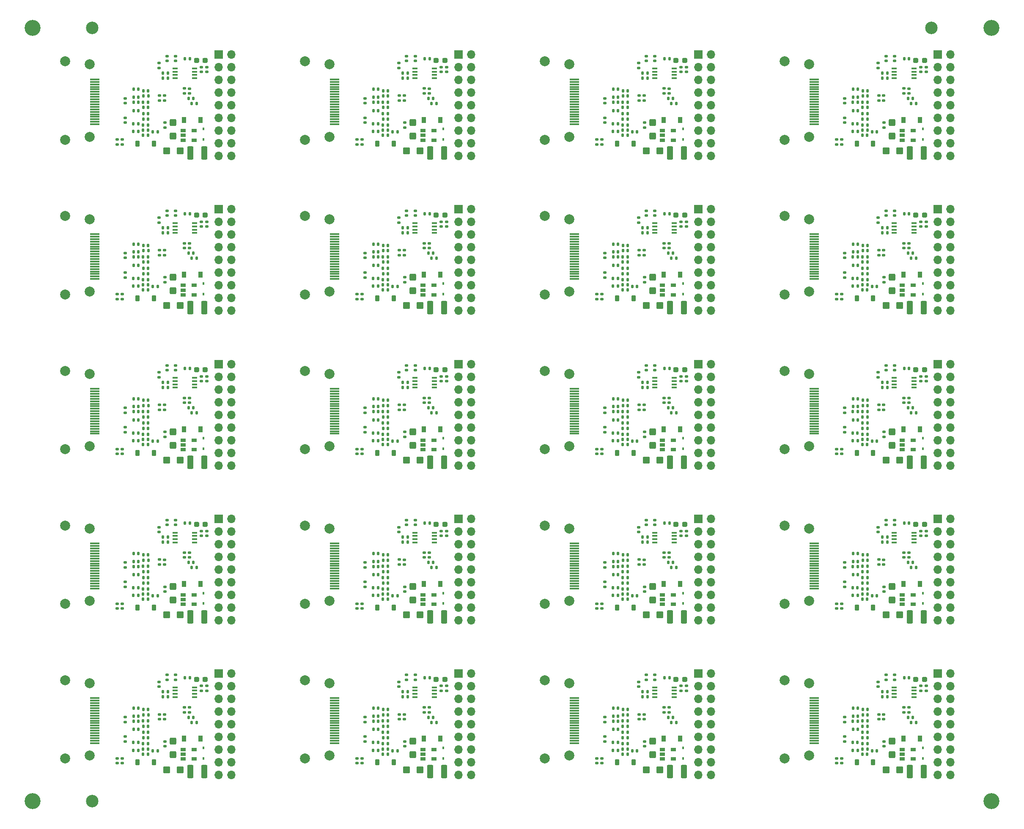
<source format=gbr>
%TF.GenerationSoftware,KiCad,Pcbnew,7.0.6+dfsg-1*%
%TF.CreationDate,2023-08-23T14:28:08+02:00*%
%TF.ProjectId,GPDI_ULX3S_panel,47504449-5f55-44c5-9833-535f70616e65,1.6*%
%TF.SameCoordinates,Original*%
%TF.FileFunction,Soldermask,Top*%
%TF.FilePolarity,Negative*%
%FSLAX46Y46*%
G04 Gerber Fmt 4.6, Leading zero omitted, Abs format (unit mm)*
G04 Created by KiCad (PCBNEW 7.0.6+dfsg-1) date 2023-08-23 14:28:08*
%MOMM*%
%LPD*%
G01*
G04 APERTURE LIST*
G04 Aperture macros list*
%AMRoundRect*
0 Rectangle with rounded corners*
0 $1 Rounding radius*
0 $2 $3 $4 $5 $6 $7 $8 $9 X,Y pos of 4 corners*
0 Add a 4 corners polygon primitive as box body*
4,1,4,$2,$3,$4,$5,$6,$7,$8,$9,$2,$3,0*
0 Add four circle primitives for the rounded corners*
1,1,$1+$1,$2,$3*
1,1,$1+$1,$4,$5*
1,1,$1+$1,$6,$7*
1,1,$1+$1,$8,$9*
0 Add four rect primitives between the rounded corners*
20,1,$1+$1,$2,$3,$4,$5,0*
20,1,$1+$1,$4,$5,$6,$7,0*
20,1,$1+$1,$6,$7,$8,$9,0*
20,1,$1+$1,$8,$9,$2,$3,0*%
G04 Aperture macros list end*
%ADD10RoundRect,0.147500X0.147500X0.172500X-0.147500X0.172500X-0.147500X-0.172500X0.147500X-0.172500X0*%
%ADD11RoundRect,0.147500X0.172500X-0.147500X0.172500X0.147500X-0.172500X0.147500X-0.172500X-0.147500X0*%
%ADD12RoundRect,0.147500X-0.147500X-0.172500X0.147500X-0.172500X0.147500X0.172500X-0.147500X0.172500X0*%
%ADD13R,0.900000X1.200000*%
%ADD14RoundRect,0.249999X0.425001X-0.450001X0.425001X0.450001X-0.425001X0.450001X-0.425001X-0.450001X0*%
%ADD15R,0.450000X0.600000*%
%ADD16RoundRect,0.225000X-0.225000X-0.375000X0.225000X-0.375000X0.225000X0.375000X-0.225000X0.375000X0*%
%ADD17RoundRect,0.147500X-0.172500X0.147500X-0.172500X-0.147500X0.172500X-0.147500X0.172500X0.147500X0*%
%ADD18R,1.060000X0.650000*%
%ADD19R,1.700000X1.700000*%
%ADD20O,1.700000X1.700000*%
%ADD21C,2.000000*%
%ADD22R,1.900000X0.300000*%
%ADD23R,1.100000X0.450000*%
%ADD24RoundRect,0.250000X-0.375000X-1.075000X0.375000X-1.075000X0.375000X1.075000X-0.375000X1.075000X0*%
%ADD25C,2.500000*%
%ADD26RoundRect,0.237500X-0.287500X-0.237500X0.287500X-0.237500X0.287500X0.237500X-0.287500X0.237500X0*%
%ADD27RoundRect,0.249999X0.450001X0.425001X-0.450001X0.425001X-0.450001X-0.425001X0.450001X-0.425001X0*%
%ADD28C,3.200000*%
G04 APERTURE END LIST*
D10*
%TO.C,C2*%
X171662451Y-154280000D03*
X170692451Y-154280000D03*
%TD*%
%TO.C,C7*%
X75657647Y-122200000D03*
X74687647Y-122200000D03*
%TD*%
D11*
%TO.C,R3*%
X231427353Y-51835000D03*
X231427353Y-50865000D03*
%TD*%
%TO.C,R3*%
X135427549Y-175835000D03*
X135427549Y-174865000D03*
%TD*%
D10*
%TO.C,C8*%
X219648353Y-181890000D03*
X218678353Y-181890000D03*
%TD*%
D12*
%TO.C,R23*%
X72772647Y-86340000D03*
X73742647Y-86340000D03*
%TD*%
D11*
%TO.C,R12*%
X167107451Y-124025000D03*
X167107451Y-123055000D03*
%TD*%
D13*
%TO.C,D1*%
X178877451Y-61450000D03*
X182177451Y-61450000D03*
%TD*%
D14*
%TO.C,C12*%
X176624911Y-188670180D03*
X176624911Y-185970180D03*
%TD*%
D15*
%TO.C,D3*%
X86752647Y-187275000D03*
X86752647Y-189375000D03*
%TD*%
D12*
%TO.C,R5*%
X174659911Y-84080180D03*
X175629911Y-84080180D03*
%TD*%
D14*
%TO.C,C12*%
X128625009Y-95670180D03*
X128625009Y-92970180D03*
%TD*%
D11*
%TO.C,R4*%
X230327353Y-175835000D03*
X230327353Y-174865000D03*
%TD*%
D10*
%TO.C,C13*%
X223629813Y-145060180D03*
X222659813Y-145060180D03*
%TD*%
D12*
%TO.C,R19*%
X120752549Y-88940000D03*
X121722549Y-88940000D03*
%TD*%
D16*
%TO.C,D4*%
X121515009Y-97220180D03*
X124815009Y-97220180D03*
%TD*%
D10*
%TO.C,R17*%
X221569813Y-187860180D03*
X220599813Y-187860180D03*
%TD*%
D11*
%TO.C,R12*%
X119107549Y-124025000D03*
X119107549Y-123055000D03*
%TD*%
%TO.C,R10*%
X83967267Y-149154820D03*
X83967267Y-148184820D03*
%TD*%
D10*
%TO.C,C2*%
X75662647Y-61280000D03*
X74692647Y-61280000D03*
%TD*%
D17*
%TO.C,R22*%
X174927711Y-87586900D03*
X174927711Y-88556900D03*
%TD*%
D11*
%TO.C,R21*%
X125924509Y-150549280D03*
X125924509Y-149579280D03*
%TD*%
D18*
%TO.C,U1*%
X226652353Y-187625000D03*
X226652353Y-188575000D03*
X226652353Y-189525000D03*
X228852353Y-189525000D03*
X228852353Y-187625000D03*
%TD*%
D11*
%TO.C,R21*%
X77924607Y-150549280D03*
X77924607Y-149579280D03*
%TD*%
D10*
%TO.C,R17*%
X221569813Y-125860180D03*
X220599813Y-125860180D03*
%TD*%
%TO.C,R13*%
X181379171Y-58181880D03*
X180409171Y-58181880D03*
%TD*%
D12*
%TO.C,R15*%
X120762549Y-59580000D03*
X121732549Y-59580000D03*
%TD*%
D10*
%TO.C,C6*%
X123637549Y-186470000D03*
X122667549Y-186470000D03*
%TD*%
D12*
%TO.C,R23*%
X216772353Y-86340000D03*
X217742353Y-86340000D03*
%TD*%
D11*
%TO.C,R12*%
X71107647Y-124025000D03*
X71107647Y-123055000D03*
%TD*%
D17*
%TO.C,R28*%
X117505009Y-189405180D03*
X117505009Y-190375180D03*
%TD*%
D10*
%TO.C,C6*%
X75637647Y-186470000D03*
X74667647Y-186470000D03*
%TD*%
D17*
%TO.C,R22*%
X174927711Y-149586900D03*
X174927711Y-150556900D03*
%TD*%
D12*
%TO.C,R23*%
X216772353Y-179340000D03*
X217742353Y-179340000D03*
%TD*%
D10*
%TO.C,C3*%
X219662353Y-89970000D03*
X218692353Y-89970000D03*
%TD*%
D17*
%TO.C,R16*%
X119096989Y-119153320D03*
X119096989Y-120123320D03*
%TD*%
%TO.C,R28*%
X117505009Y-127405180D03*
X117505009Y-128375180D03*
%TD*%
D16*
%TO.C,D4*%
X169514911Y-66220180D03*
X172814911Y-66220180D03*
%TD*%
D10*
%TO.C,C9*%
X75697647Y-179610000D03*
X74727647Y-179610000D03*
%TD*%
%TO.C,R17*%
X77570107Y-187860180D03*
X76600107Y-187860180D03*
%TD*%
D11*
%TO.C,R29*%
X175014911Y-155975180D03*
X175014911Y-155005180D03*
%TD*%
D10*
%TO.C,C8*%
X171648451Y-150890000D03*
X170678451Y-150890000D03*
%TD*%
D17*
%TO.C,R7*%
X223427353Y-48665000D03*
X223427353Y-49635000D03*
%TD*%
D12*
%TO.C,R23*%
X72772647Y-179340000D03*
X73742647Y-179340000D03*
%TD*%
D19*
%TO.C,J2*%
X137766549Y-110385000D03*
D20*
X140306549Y-110385000D03*
X137766549Y-112925000D03*
X140306549Y-112925000D03*
X137766549Y-115465000D03*
X140306549Y-115465000D03*
X137766549Y-118005000D03*
X140306549Y-118005000D03*
X137766549Y-120545000D03*
X140306549Y-120545000D03*
X137766549Y-123085000D03*
X140306549Y-123085000D03*
X137766549Y-125625000D03*
X140306549Y-125625000D03*
X137766549Y-128165000D03*
X140306549Y-128165000D03*
X137766549Y-130705000D03*
X140306549Y-130705000D03*
%TD*%
D14*
%TO.C,C12*%
X128625009Y-157670180D03*
X128625009Y-154970180D03*
%TD*%
D10*
%TO.C,C6*%
X75637647Y-62470000D03*
X74667647Y-62470000D03*
%TD*%
D12*
%TO.C,R5*%
X78660107Y-53080180D03*
X79630107Y-53080180D03*
%TD*%
D14*
%TO.C,C12*%
X176624911Y-95670180D03*
X176624911Y-92970180D03*
%TD*%
D11*
%TO.C,R10*%
X227966973Y-149154820D03*
X227966973Y-148184820D03*
%TD*%
D17*
%TO.C,R6*%
X177127451Y-79665000D03*
X177127451Y-80635000D03*
%TD*%
D11*
%TO.C,R1*%
X173827451Y-82035000D03*
X173827451Y-81065000D03*
%TD*%
D17*
%TO.C,R28*%
X117505009Y-65405180D03*
X117505009Y-66375180D03*
%TD*%
D10*
%TO.C,C1*%
X75642647Y-187520000D03*
X74672647Y-187520000D03*
%TD*%
D16*
%TO.C,D4*%
X121515009Y-128220180D03*
X124815009Y-128220180D03*
%TD*%
D10*
%TO.C,C7*%
X75657647Y-184200000D03*
X74687647Y-184200000D03*
%TD*%
%TO.C,C4*%
X75702647Y-118680000D03*
X74732647Y-118680000D03*
%TD*%
%TO.C,C2*%
X123662549Y-185280000D03*
X122692549Y-185280000D03*
%TD*%
D11*
%TO.C,R29*%
X175014911Y-93975180D03*
X175014911Y-93005180D03*
%TD*%
D10*
%TO.C,R17*%
X173569911Y-125860180D03*
X172599911Y-125860180D03*
%TD*%
D17*
%TO.C,R16*%
X119096989Y-150153320D03*
X119096989Y-151123320D03*
%TD*%
D10*
%TO.C,C3*%
X219662353Y-58970000D03*
X218692353Y-58970000D03*
%TD*%
D11*
%TO.C,R29*%
X79015107Y-124975180D03*
X79015107Y-124005180D03*
%TD*%
D10*
%TO.C,C3*%
X171662451Y-120970000D03*
X170692451Y-120970000D03*
%TD*%
%TO.C,R13*%
X85379367Y-58181880D03*
X84409367Y-58181880D03*
%TD*%
D17*
%TO.C,R16*%
X119096989Y-57153320D03*
X119096989Y-58123320D03*
%TD*%
D15*
%TO.C,D3*%
X230752353Y-94275000D03*
X230752353Y-96375000D03*
%TD*%
D10*
%TO.C,C2*%
X171662451Y-185280000D03*
X170692451Y-185280000D03*
%TD*%
D12*
%TO.C,R14*%
X179786871Y-181168420D03*
X180756871Y-181168420D03*
%TD*%
D17*
%TO.C,R9*%
X178928211Y-86177200D03*
X178928211Y-87147200D03*
%TD*%
D15*
%TO.C,D3*%
X230752353Y-156275000D03*
X230752353Y-158375000D03*
%TD*%
D18*
%TO.C,U1*%
X82652647Y-156625000D03*
X82652647Y-157575000D03*
X82652647Y-158525000D03*
X84852647Y-158525000D03*
X84852647Y-156625000D03*
%TD*%
D21*
%TO.C,P1*%
X107072289Y-49745140D03*
X111972289Y-50345140D03*
X111972289Y-64845140D03*
X107072289Y-65445140D03*
D22*
X112972289Y-62345140D03*
X112972289Y-61845140D03*
X112972289Y-61345140D03*
X112972289Y-60845140D03*
X112972289Y-60345140D03*
X112972289Y-59845140D03*
X112972289Y-59345140D03*
X112972289Y-58845140D03*
X112972289Y-58345140D03*
X112972289Y-57845140D03*
X112972289Y-57345140D03*
X112972289Y-56845140D03*
X112972289Y-56345140D03*
X112972289Y-55845140D03*
X112972289Y-55345140D03*
X112972289Y-54845140D03*
X112972289Y-54345140D03*
X112972289Y-53845140D03*
X112972289Y-53345140D03*
%TD*%
D11*
%TO.C,R4*%
X86327647Y-51835000D03*
X86327647Y-50865000D03*
%TD*%
D23*
%TO.C,U2*%
X84945107Y-84115180D03*
X84945107Y-83465180D03*
X84945107Y-82815180D03*
X84945107Y-82165180D03*
X81045107Y-82165180D03*
X81045107Y-82815180D03*
X81045107Y-83465180D03*
X81045107Y-84115180D03*
%TD*%
D17*
%TO.C,R22*%
X126927809Y-118586900D03*
X126927809Y-119556900D03*
%TD*%
D11*
%TO.C,R1*%
X125827549Y-175035000D03*
X125827549Y-174065000D03*
%TD*%
D24*
%TO.C,L1*%
X228102353Y-161075000D03*
X230902353Y-161075000D03*
%TD*%
D10*
%TO.C,C7*%
X219657353Y-91200000D03*
X218687353Y-91200000D03*
%TD*%
D12*
%TO.C,R20*%
X216772353Y-118930000D03*
X217742353Y-118930000D03*
%TD*%
D10*
%TO.C,C8*%
X171648451Y-119890000D03*
X170678451Y-119890000D03*
%TD*%
D12*
%TO.C,R11*%
X72712647Y-186220000D03*
X73682647Y-186220000D03*
%TD*%
D10*
%TO.C,C1*%
X75642647Y-94520000D03*
X74672647Y-94520000D03*
%TD*%
D23*
%TO.C,U2*%
X84945107Y-53115180D03*
X84945107Y-52465180D03*
X84945107Y-51815180D03*
X84945107Y-51165180D03*
X81045107Y-51165180D03*
X81045107Y-51815180D03*
X81045107Y-52465180D03*
X81045107Y-53115180D03*
%TD*%
D10*
%TO.C,C3*%
X123662549Y-151970000D03*
X122692549Y-151970000D03*
%TD*%
D16*
%TO.C,D4*%
X217514813Y-190220180D03*
X220814813Y-190220180D03*
%TD*%
D17*
%TO.C,R22*%
X174927711Y-180586900D03*
X174927711Y-181556900D03*
%TD*%
D12*
%TO.C,R14*%
X179786871Y-88168420D03*
X180756871Y-88168420D03*
%TD*%
D10*
%TO.C,C7*%
X123657549Y-91200000D03*
X122687549Y-91200000D03*
%TD*%
D11*
%TO.C,R10*%
X179967071Y-149154820D03*
X179967071Y-148184820D03*
%TD*%
D10*
%TO.C,C7*%
X219657353Y-153200000D03*
X218687353Y-153200000D03*
%TD*%
%TO.C,C7*%
X123657549Y-122200000D03*
X122687549Y-122200000D03*
%TD*%
D12*
%TO.C,R8*%
X72730107Y-63770180D03*
X73700107Y-63770180D03*
%TD*%
D17*
%TO.C,R22*%
X126927809Y-56586900D03*
X126927809Y-57556900D03*
%TD*%
D21*
%TO.C,P1*%
X155072191Y-49745140D03*
X159972191Y-50345140D03*
X159972191Y-64845140D03*
X155072191Y-65445140D03*
D22*
X160972191Y-62345140D03*
X160972191Y-61845140D03*
X160972191Y-61345140D03*
X160972191Y-60845140D03*
X160972191Y-60345140D03*
X160972191Y-59845140D03*
X160972191Y-59345140D03*
X160972191Y-58845140D03*
X160972191Y-58345140D03*
X160972191Y-57845140D03*
X160972191Y-57345140D03*
X160972191Y-56845140D03*
X160972191Y-56345140D03*
X160972191Y-55845140D03*
X160972191Y-55345140D03*
X160972191Y-54845140D03*
X160972191Y-54345140D03*
X160972191Y-53845140D03*
X160972191Y-53345140D03*
%TD*%
D12*
%TO.C,R8*%
X120730009Y-63770180D03*
X121700009Y-63770180D03*
%TD*%
%TO.C,R19*%
X216752353Y-181940000D03*
X217722353Y-181940000D03*
%TD*%
D17*
%TO.C,R16*%
X71097087Y-150153320D03*
X71097087Y-151123320D03*
%TD*%
D12*
%TO.C,R5*%
X222659813Y-177080180D03*
X223629813Y-177080180D03*
%TD*%
D18*
%TO.C,U1*%
X178652451Y-187625000D03*
X178652451Y-188575000D03*
X178652451Y-189525000D03*
X180852451Y-189525000D03*
X180852451Y-187625000D03*
%TD*%
D12*
%TO.C,R19*%
X120752549Y-119940000D03*
X121722549Y-119940000D03*
%TD*%
%TO.C,R14*%
X131786969Y-57168420D03*
X132756969Y-57168420D03*
%TD*%
D10*
%TO.C,C3*%
X123662549Y-89970000D03*
X122692549Y-89970000D03*
%TD*%
D12*
%TO.C,R8*%
X120730009Y-156770180D03*
X121700009Y-156770180D03*
%TD*%
D10*
%TO.C,C8*%
X123648549Y-119890000D03*
X122678549Y-119890000D03*
%TD*%
D12*
%TO.C,R23*%
X216772353Y-148340000D03*
X217742353Y-148340000D03*
%TD*%
D10*
%TO.C,C9*%
X219697353Y-86610000D03*
X218727353Y-86610000D03*
%TD*%
D11*
%TO.C,R3*%
X183427451Y-144835000D03*
X183427451Y-143865000D03*
%TD*%
D17*
%TO.C,R7*%
X175427451Y-79665000D03*
X175427451Y-80635000D03*
%TD*%
D10*
%TO.C,R17*%
X125570009Y-125860180D03*
X124600009Y-125860180D03*
%TD*%
D21*
%TO.C,P1*%
X107072289Y-111745140D03*
X111972289Y-112345140D03*
X111972289Y-126845140D03*
X107072289Y-127445140D03*
D22*
X112972289Y-124345140D03*
X112972289Y-123845140D03*
X112972289Y-123345140D03*
X112972289Y-122845140D03*
X112972289Y-122345140D03*
X112972289Y-121845140D03*
X112972289Y-121345140D03*
X112972289Y-120845140D03*
X112972289Y-120345140D03*
X112972289Y-119845140D03*
X112972289Y-119345140D03*
X112972289Y-118845140D03*
X112972289Y-118345140D03*
X112972289Y-117845140D03*
X112972289Y-117345140D03*
X112972289Y-116845140D03*
X112972289Y-116345140D03*
X112972289Y-115845140D03*
X112972289Y-115345140D03*
%TD*%
D23*
%TO.C,U2*%
X84945107Y-115115180D03*
X84945107Y-114465180D03*
X84945107Y-113815180D03*
X84945107Y-113165180D03*
X81045107Y-113165180D03*
X81045107Y-113815180D03*
X81045107Y-114465180D03*
X81045107Y-115115180D03*
%TD*%
D11*
%TO.C,R21*%
X173924411Y-88549280D03*
X173924411Y-87579280D03*
%TD*%
%TO.C,R21*%
X125924509Y-119549280D03*
X125924509Y-118579280D03*
%TD*%
D10*
%TO.C,R2*%
X132012549Y-80250000D03*
X131042549Y-80250000D03*
%TD*%
D15*
%TO.C,D3*%
X134752549Y-125275000D03*
X134752549Y-127375000D03*
%TD*%
D17*
%TO.C,R6*%
X177127451Y-141665000D03*
X177127451Y-142635000D03*
%TD*%
D11*
%TO.C,R3*%
X135427549Y-144835000D03*
X135427549Y-143865000D03*
%TD*%
D25*
%TO.C,KiKit_FID_T_1*%
X64502647Y-43000000D03*
%TD*%
D12*
%TO.C,R8*%
X120730009Y-125770180D03*
X121700009Y-125770180D03*
%TD*%
D11*
%TO.C,R21*%
X173924411Y-150549280D03*
X173924411Y-149579280D03*
%TD*%
D12*
%TO.C,R8*%
X72730107Y-187770180D03*
X73700107Y-187770180D03*
%TD*%
D21*
%TO.C,P1*%
X107072289Y-80745140D03*
X111972289Y-81345140D03*
X111972289Y-95845140D03*
X107072289Y-96445140D03*
D22*
X112972289Y-93345140D03*
X112972289Y-92845140D03*
X112972289Y-92345140D03*
X112972289Y-91845140D03*
X112972289Y-91345140D03*
X112972289Y-90845140D03*
X112972289Y-90345140D03*
X112972289Y-89845140D03*
X112972289Y-89345140D03*
X112972289Y-88845140D03*
X112972289Y-88345140D03*
X112972289Y-87845140D03*
X112972289Y-87345140D03*
X112972289Y-86845140D03*
X112972289Y-86345140D03*
X112972289Y-85845140D03*
X112972289Y-85345140D03*
X112972289Y-84845140D03*
X112972289Y-84345140D03*
%TD*%
D12*
%TO.C,R5*%
X222659813Y-115080180D03*
X223629813Y-115080180D03*
%TD*%
D18*
%TO.C,U1*%
X130652549Y-63625000D03*
X130652549Y-64575000D03*
X130652549Y-65525000D03*
X132852549Y-65525000D03*
X132852549Y-63625000D03*
%TD*%
D12*
%TO.C,R11*%
X72712647Y-62220000D03*
X73682647Y-62220000D03*
%TD*%
D10*
%TO.C,C9*%
X123697549Y-117610000D03*
X122727549Y-117610000D03*
%TD*%
D23*
%TO.C,U2*%
X228944813Y-53115180D03*
X228944813Y-52465180D03*
X228944813Y-51815180D03*
X228944813Y-51165180D03*
X225044813Y-51165180D03*
X225044813Y-51815180D03*
X225044813Y-52465180D03*
X225044813Y-53115180D03*
%TD*%
D10*
%TO.C,C8*%
X219648353Y-57890000D03*
X218678353Y-57890000D03*
%TD*%
D12*
%TO.C,R14*%
X83787067Y-88168420D03*
X84757067Y-88168420D03*
%TD*%
%TO.C,R14*%
X227786773Y-181168420D03*
X228756773Y-181168420D03*
%TD*%
D13*
%TO.C,D1*%
X130877549Y-92450000D03*
X134177549Y-92450000D03*
%TD*%
D10*
%TO.C,C7*%
X75657647Y-60200000D03*
X74687647Y-60200000D03*
%TD*%
%TO.C,C3*%
X171662451Y-89970000D03*
X170692451Y-89970000D03*
%TD*%
%TO.C,R18*%
X75630107Y-157530180D03*
X74660107Y-157530180D03*
%TD*%
%TO.C,R17*%
X173569911Y-187860180D03*
X172599911Y-187860180D03*
%TD*%
D17*
%TO.C,R16*%
X71097087Y-88153320D03*
X71097087Y-89123320D03*
%TD*%
D14*
%TO.C,C12*%
X80625107Y-157670180D03*
X80625107Y-154970180D03*
%TD*%
D12*
%TO.C,R5*%
X174659911Y-177080180D03*
X175629911Y-177080180D03*
%TD*%
D17*
%TO.C,R28*%
X165504911Y-158405180D03*
X165504911Y-159375180D03*
%TD*%
D10*
%TO.C,C13*%
X223629813Y-83060180D03*
X222659813Y-83060180D03*
%TD*%
%TO.C,C1*%
X219642353Y-187520000D03*
X218672353Y-187520000D03*
%TD*%
%TO.C,C2*%
X219662353Y-92280000D03*
X218692353Y-92280000D03*
%TD*%
D11*
%TO.C,R12*%
X71107647Y-93025000D03*
X71107647Y-92055000D03*
%TD*%
D10*
%TO.C,C4*%
X123702549Y-149680000D03*
X122732549Y-149680000D03*
%TD*%
D11*
%TO.C,R3*%
X135427549Y-82835000D03*
X135427549Y-81865000D03*
%TD*%
D26*
%TO.C,D2*%
X229352353Y-111550000D03*
X231102353Y-111550000D03*
%TD*%
D11*
%TO.C,R4*%
X230327353Y-82835000D03*
X230327353Y-81865000D03*
%TD*%
%TO.C,C5*%
X70505107Y-128375180D03*
X70505107Y-127405180D03*
%TD*%
D12*
%TO.C,R20*%
X120772549Y-87930000D03*
X121742549Y-87930000D03*
%TD*%
D10*
%TO.C,R17*%
X221569813Y-63860180D03*
X220599813Y-63860180D03*
%TD*%
D24*
%TO.C,L1*%
X228102353Y-192075000D03*
X230902353Y-192075000D03*
%TD*%
D11*
%TO.C,R29*%
X175014911Y-62975180D03*
X175014911Y-62005180D03*
%TD*%
D10*
%TO.C,C13*%
X127630009Y-52060180D03*
X126660009Y-52060180D03*
%TD*%
%TO.C,C3*%
X75662647Y-58970000D03*
X74692647Y-58970000D03*
%TD*%
D15*
%TO.C,D3*%
X182752451Y-94275000D03*
X182752451Y-96375000D03*
%TD*%
D12*
%TO.C,R14*%
X179786871Y-57168420D03*
X180756871Y-57168420D03*
%TD*%
D17*
%TO.C,R9*%
X226928113Y-148177200D03*
X226928113Y-149147200D03*
%TD*%
D21*
%TO.C,P1*%
X59072387Y-49745140D03*
X63972387Y-50345140D03*
X63972387Y-64845140D03*
X59072387Y-65445140D03*
D22*
X64972387Y-62345140D03*
X64972387Y-61845140D03*
X64972387Y-61345140D03*
X64972387Y-60845140D03*
X64972387Y-60345140D03*
X64972387Y-59845140D03*
X64972387Y-59345140D03*
X64972387Y-58845140D03*
X64972387Y-58345140D03*
X64972387Y-57845140D03*
X64972387Y-57345140D03*
X64972387Y-56845140D03*
X64972387Y-56345140D03*
X64972387Y-55845140D03*
X64972387Y-55345140D03*
X64972387Y-54845140D03*
X64972387Y-54345140D03*
X64972387Y-53845140D03*
X64972387Y-53345140D03*
%TD*%
D26*
%TO.C,D2*%
X85352647Y-80550000D03*
X87102647Y-80550000D03*
%TD*%
D11*
%TO.C,R10*%
X179967071Y-87154820D03*
X179967071Y-86184820D03*
%TD*%
D10*
%TO.C,C6*%
X123637549Y-62470000D03*
X122667549Y-62470000D03*
%TD*%
D19*
%TO.C,J2*%
X233766353Y-172385000D03*
D20*
X236306353Y-172385000D03*
X233766353Y-174925000D03*
X236306353Y-174925000D03*
X233766353Y-177465000D03*
X236306353Y-177465000D03*
X233766353Y-180005000D03*
X236306353Y-180005000D03*
X233766353Y-182545000D03*
X236306353Y-182545000D03*
X233766353Y-185085000D03*
X236306353Y-185085000D03*
X233766353Y-187625000D03*
X236306353Y-187625000D03*
X233766353Y-190165000D03*
X236306353Y-190165000D03*
X233766353Y-192705000D03*
X236306353Y-192705000D03*
%TD*%
D23*
%TO.C,U2*%
X228944813Y-115115180D03*
X228944813Y-114465180D03*
X228944813Y-113815180D03*
X228944813Y-113165180D03*
X225044813Y-113165180D03*
X225044813Y-113815180D03*
X225044813Y-114465180D03*
X225044813Y-115115180D03*
%TD*%
D10*
%TO.C,R17*%
X77570107Y-63860180D03*
X76600107Y-63860180D03*
%TD*%
D24*
%TO.C,L1*%
X228102353Y-68075000D03*
X230902353Y-68075000D03*
%TD*%
D17*
%TO.C,R7*%
X175427451Y-48665000D03*
X175427451Y-49635000D03*
%TD*%
D11*
%TO.C,R1*%
X221827353Y-51035000D03*
X221827353Y-50065000D03*
%TD*%
D27*
%TO.C,C11*%
X226122313Y-98670180D03*
X223422313Y-98670180D03*
%TD*%
D24*
%TO.C,L1*%
X132102549Y-161075000D03*
X134902549Y-161075000D03*
%TD*%
D18*
%TO.C,U1*%
X226652353Y-156625000D03*
X226652353Y-157575000D03*
X226652353Y-158525000D03*
X228852353Y-158525000D03*
X228852353Y-156625000D03*
%TD*%
D10*
%TO.C,C4*%
X123702549Y-118680000D03*
X122732549Y-118680000D03*
%TD*%
D23*
%TO.C,U2*%
X132945009Y-146115180D03*
X132945009Y-145465180D03*
X132945009Y-144815180D03*
X132945009Y-144165180D03*
X129045009Y-144165180D03*
X129045009Y-144815180D03*
X129045009Y-145465180D03*
X129045009Y-146115180D03*
%TD*%
D11*
%TO.C,R12*%
X119107549Y-186025000D03*
X119107549Y-185055000D03*
%TD*%
D10*
%TO.C,C8*%
X123648549Y-57890000D03*
X122678549Y-57890000D03*
%TD*%
D11*
%TO.C,R29*%
X127015009Y-62975180D03*
X127015009Y-62005180D03*
%TD*%
D18*
%TO.C,U1*%
X178652451Y-63625000D03*
X178652451Y-64575000D03*
X178652451Y-65525000D03*
X180852451Y-65525000D03*
X180852451Y-63625000D03*
%TD*%
D12*
%TO.C,R20*%
X120772549Y-149930000D03*
X121742549Y-149930000D03*
%TD*%
D25*
%TO.C,KiKit_FID_T_2*%
X232497353Y-43000000D03*
%TD*%
D27*
%TO.C,C11*%
X130122509Y-98670180D03*
X127422509Y-98670180D03*
%TD*%
D11*
%TO.C,R1*%
X125827549Y-144035000D03*
X125827549Y-143065000D03*
%TD*%
%TO.C,R29*%
X127015009Y-124975180D03*
X127015009Y-124005180D03*
%TD*%
D23*
%TO.C,U2*%
X228944813Y-84115180D03*
X228944813Y-83465180D03*
X228944813Y-82815180D03*
X228944813Y-82165180D03*
X225044813Y-82165180D03*
X225044813Y-82815180D03*
X225044813Y-83465180D03*
X225044813Y-84115180D03*
%TD*%
D12*
%TO.C,R15*%
X120762549Y-183580000D03*
X121732549Y-183580000D03*
%TD*%
D14*
%TO.C,C12*%
X128625009Y-188670180D03*
X128625009Y-185970180D03*
%TD*%
D12*
%TO.C,R20*%
X120772549Y-118930000D03*
X121742549Y-118930000D03*
%TD*%
D17*
%TO.C,R6*%
X129127549Y-79665000D03*
X129127549Y-80635000D03*
%TD*%
D12*
%TO.C,R8*%
X120730009Y-187770180D03*
X121700009Y-187770180D03*
%TD*%
D10*
%TO.C,C9*%
X171697451Y-55610000D03*
X170727451Y-55610000D03*
%TD*%
D17*
%TO.C,R9*%
X226928113Y-179177200D03*
X226928113Y-180147200D03*
%TD*%
D24*
%TO.C,L1*%
X228102353Y-130075000D03*
X230902353Y-130075000D03*
%TD*%
D21*
%TO.C,P1*%
X203072093Y-49745140D03*
X207972093Y-50345140D03*
X207972093Y-64845140D03*
X203072093Y-65445140D03*
D22*
X208972093Y-62345140D03*
X208972093Y-61845140D03*
X208972093Y-61345140D03*
X208972093Y-60845140D03*
X208972093Y-60345140D03*
X208972093Y-59845140D03*
X208972093Y-59345140D03*
X208972093Y-58845140D03*
X208972093Y-58345140D03*
X208972093Y-57845140D03*
X208972093Y-57345140D03*
X208972093Y-56845140D03*
X208972093Y-56345140D03*
X208972093Y-55845140D03*
X208972093Y-55345140D03*
X208972093Y-54845140D03*
X208972093Y-54345140D03*
X208972093Y-53845140D03*
X208972093Y-53345140D03*
%TD*%
D11*
%TO.C,C5*%
X70505107Y-97375180D03*
X70505107Y-96405180D03*
%TD*%
D10*
%TO.C,C3*%
X75662647Y-182970000D03*
X74692647Y-182970000D03*
%TD*%
%TO.C,R18*%
X75630107Y-188530180D03*
X74660107Y-188530180D03*
%TD*%
%TO.C,C7*%
X171657451Y-91200000D03*
X170687451Y-91200000D03*
%TD*%
D17*
%TO.C,R28*%
X117505009Y-158405180D03*
X117505009Y-159375180D03*
%TD*%
D10*
%TO.C,R18*%
X123630009Y-95530180D03*
X122660009Y-95530180D03*
%TD*%
D12*
%TO.C,R5*%
X174659911Y-146080180D03*
X175629911Y-146080180D03*
%TD*%
%TO.C,R19*%
X216752353Y-119940000D03*
X217722353Y-119940000D03*
%TD*%
D10*
%TO.C,C4*%
X171702451Y-87680000D03*
X170732451Y-87680000D03*
%TD*%
%TO.C,C2*%
X123662549Y-92280000D03*
X122692549Y-92280000D03*
%TD*%
D12*
%TO.C,R19*%
X168752451Y-57940000D03*
X169722451Y-57940000D03*
%TD*%
D18*
%TO.C,U1*%
X82652647Y-187625000D03*
X82652647Y-188575000D03*
X82652647Y-189525000D03*
X84852647Y-189525000D03*
X84852647Y-187625000D03*
%TD*%
D11*
%TO.C,R10*%
X131967169Y-180154820D03*
X131967169Y-179184820D03*
%TD*%
D17*
%TO.C,R16*%
X119096989Y-88153320D03*
X119096989Y-89123320D03*
%TD*%
D12*
%TO.C,R23*%
X168772451Y-55340000D03*
X169742451Y-55340000D03*
%TD*%
D17*
%TO.C,R16*%
X167096891Y-150153320D03*
X167096891Y-151123320D03*
%TD*%
D11*
%TO.C,R21*%
X125924509Y-181549280D03*
X125924509Y-180579280D03*
%TD*%
D10*
%TO.C,C2*%
X171662451Y-123280000D03*
X170692451Y-123280000D03*
%TD*%
%TO.C,C6*%
X75637647Y-155470000D03*
X74667647Y-155470000D03*
%TD*%
D12*
%TO.C,R14*%
X83787067Y-150168420D03*
X84757067Y-150168420D03*
%TD*%
D10*
%TO.C,R13*%
X229379073Y-182181880D03*
X228409073Y-182181880D03*
%TD*%
%TO.C,C6*%
X219637353Y-186470000D03*
X218667353Y-186470000D03*
%TD*%
%TO.C,R17*%
X173569911Y-156860180D03*
X172599911Y-156860180D03*
%TD*%
D12*
%TO.C,R14*%
X131786969Y-119168420D03*
X132756969Y-119168420D03*
%TD*%
D10*
%TO.C,C13*%
X127630009Y-114060180D03*
X126660009Y-114060180D03*
%TD*%
D27*
%TO.C,C11*%
X82122607Y-191670180D03*
X79422607Y-191670180D03*
%TD*%
%TO.C,C11*%
X82122607Y-129670180D03*
X79422607Y-129670180D03*
%TD*%
D23*
%TO.C,U2*%
X84945107Y-146115180D03*
X84945107Y-145465180D03*
X84945107Y-144815180D03*
X84945107Y-144165180D03*
X81045107Y-144165180D03*
X81045107Y-144815180D03*
X81045107Y-145465180D03*
X81045107Y-146115180D03*
%TD*%
D12*
%TO.C,R19*%
X120752549Y-150940000D03*
X121722549Y-150940000D03*
%TD*%
D11*
%TO.C,C5*%
X166504911Y-159375180D03*
X166504911Y-158405180D03*
%TD*%
D13*
%TO.C,D1*%
X82877647Y-61450000D03*
X86177647Y-61450000D03*
%TD*%
D11*
%TO.C,R21*%
X125924509Y-57549280D03*
X125924509Y-56579280D03*
%TD*%
D10*
%TO.C,C9*%
X123697549Y-55610000D03*
X122727549Y-55610000D03*
%TD*%
D26*
%TO.C,D2*%
X85352647Y-111550000D03*
X87102647Y-111550000D03*
%TD*%
D11*
%TO.C,R4*%
X86327647Y-113835000D03*
X86327647Y-112865000D03*
%TD*%
D16*
%TO.C,D4*%
X73515107Y-159220180D03*
X76815107Y-159220180D03*
%TD*%
D10*
%TO.C,C2*%
X219662353Y-61280000D03*
X218692353Y-61280000D03*
%TD*%
D26*
%TO.C,D2*%
X85352647Y-173550000D03*
X87102647Y-173550000D03*
%TD*%
D17*
%TO.C,R7*%
X127427549Y-141665000D03*
X127427549Y-142635000D03*
%TD*%
D12*
%TO.C,R11*%
X216712353Y-93220000D03*
X217682353Y-93220000D03*
%TD*%
%TO.C,R14*%
X83787067Y-181168420D03*
X84757067Y-181168420D03*
%TD*%
%TO.C,R11*%
X216712353Y-186220000D03*
X217682353Y-186220000D03*
%TD*%
D17*
%TO.C,R7*%
X223427353Y-110665000D03*
X223427353Y-111635000D03*
%TD*%
D10*
%TO.C,C13*%
X79630107Y-176060180D03*
X78660107Y-176060180D03*
%TD*%
%TO.C,R18*%
X219629813Y-95530180D03*
X218659813Y-95530180D03*
%TD*%
D12*
%TO.C,R8*%
X72730107Y-125770180D03*
X73700107Y-125770180D03*
%TD*%
D17*
%TO.C,R28*%
X213504813Y-158405180D03*
X213504813Y-159375180D03*
%TD*%
D12*
%TO.C,R5*%
X126660009Y-115080180D03*
X127630009Y-115080180D03*
%TD*%
D10*
%TO.C,C7*%
X123657549Y-184200000D03*
X122687549Y-184200000D03*
%TD*%
D12*
%TO.C,R5*%
X174659911Y-53080180D03*
X175629911Y-53080180D03*
%TD*%
D11*
%TO.C,R3*%
X231427353Y-175835000D03*
X231427353Y-174865000D03*
%TD*%
D12*
%TO.C,R15*%
X168762451Y-121580000D03*
X169732451Y-121580000D03*
%TD*%
%TO.C,R14*%
X131786969Y-181168420D03*
X132756969Y-181168420D03*
%TD*%
D10*
%TO.C,C4*%
X123702549Y-180680000D03*
X122732549Y-180680000D03*
%TD*%
%TO.C,R2*%
X84012647Y-49250000D03*
X83042647Y-49250000D03*
%TD*%
D12*
%TO.C,R20*%
X120772549Y-180930000D03*
X121742549Y-180930000D03*
%TD*%
D28*
%TO.C,KiKit_TO_1*%
X52502647Y-43000000D03*
%TD*%
D23*
%TO.C,U2*%
X180944911Y-115115180D03*
X180944911Y-114465180D03*
X180944911Y-113815180D03*
X180944911Y-113165180D03*
X177044911Y-113165180D03*
X177044911Y-113815180D03*
X177044911Y-114465180D03*
X177044911Y-115115180D03*
%TD*%
D12*
%TO.C,R20*%
X72772647Y-56930000D03*
X73742647Y-56930000D03*
%TD*%
D17*
%TO.C,R9*%
X130928309Y-117177200D03*
X130928309Y-118147200D03*
%TD*%
D13*
%TO.C,D1*%
X82877647Y-154450000D03*
X86177647Y-154450000D03*
%TD*%
D11*
%TO.C,R1*%
X221827353Y-175035000D03*
X221827353Y-174065000D03*
%TD*%
D16*
%TO.C,D4*%
X121515009Y-159220180D03*
X124815009Y-159220180D03*
%TD*%
D11*
%TO.C,R12*%
X167107451Y-93025000D03*
X167107451Y-92055000D03*
%TD*%
D19*
%TO.C,J2*%
X137766549Y-141385000D03*
D20*
X140306549Y-141385000D03*
X137766549Y-143925000D03*
X140306549Y-143925000D03*
X137766549Y-146465000D03*
X140306549Y-146465000D03*
X137766549Y-149005000D03*
X140306549Y-149005000D03*
X137766549Y-151545000D03*
X140306549Y-151545000D03*
X137766549Y-154085000D03*
X140306549Y-154085000D03*
X137766549Y-156625000D03*
X140306549Y-156625000D03*
X137766549Y-159165000D03*
X140306549Y-159165000D03*
X137766549Y-161705000D03*
X140306549Y-161705000D03*
%TD*%
D10*
%TO.C,R17*%
X173569911Y-63860180D03*
X172599911Y-63860180D03*
%TD*%
%TO.C,R13*%
X133379269Y-89181880D03*
X132409269Y-89181880D03*
%TD*%
D17*
%TO.C,R16*%
X167096891Y-181153320D03*
X167096891Y-182123320D03*
%TD*%
D15*
%TO.C,D3*%
X86752647Y-125275000D03*
X86752647Y-127375000D03*
%TD*%
D10*
%TO.C,C9*%
X123697549Y-148610000D03*
X122727549Y-148610000D03*
%TD*%
D17*
%TO.C,R9*%
X82928407Y-117177200D03*
X82928407Y-118147200D03*
%TD*%
D10*
%TO.C,C9*%
X171697451Y-148610000D03*
X170727451Y-148610000D03*
%TD*%
D12*
%TO.C,R14*%
X227786773Y-57168420D03*
X228756773Y-57168420D03*
%TD*%
D10*
%TO.C,C3*%
X123662549Y-182970000D03*
X122692549Y-182970000D03*
%TD*%
D21*
%TO.C,P1*%
X107072289Y-142745140D03*
X111972289Y-143345140D03*
X111972289Y-157845140D03*
X107072289Y-158445140D03*
D22*
X112972289Y-155345140D03*
X112972289Y-154845140D03*
X112972289Y-154345140D03*
X112972289Y-153845140D03*
X112972289Y-153345140D03*
X112972289Y-152845140D03*
X112972289Y-152345140D03*
X112972289Y-151845140D03*
X112972289Y-151345140D03*
X112972289Y-150845140D03*
X112972289Y-150345140D03*
X112972289Y-149845140D03*
X112972289Y-149345140D03*
X112972289Y-148845140D03*
X112972289Y-148345140D03*
X112972289Y-147845140D03*
X112972289Y-147345140D03*
X112972289Y-146845140D03*
X112972289Y-146345140D03*
%TD*%
D12*
%TO.C,R14*%
X131786969Y-88168420D03*
X132756969Y-88168420D03*
%TD*%
D17*
%TO.C,R22*%
X222927613Y-87586900D03*
X222927613Y-88556900D03*
%TD*%
D11*
%TO.C,R21*%
X77924607Y-57549280D03*
X77924607Y-56579280D03*
%TD*%
D28*
%TO.C,KiKit_TO_3*%
X52502647Y-198000000D03*
%TD*%
D17*
%TO.C,R22*%
X174927711Y-118586900D03*
X174927711Y-119556900D03*
%TD*%
D10*
%TO.C,R17*%
X125570009Y-156860180D03*
X124600009Y-156860180D03*
%TD*%
%TO.C,R2*%
X228012353Y-142250000D03*
X227042353Y-142250000D03*
%TD*%
D12*
%TO.C,R23*%
X72772647Y-117340000D03*
X73742647Y-117340000D03*
%TD*%
D10*
%TO.C,R2*%
X132012549Y-142250000D03*
X131042549Y-142250000D03*
%TD*%
D15*
%TO.C,D3*%
X230752353Y-125275000D03*
X230752353Y-127375000D03*
%TD*%
D10*
%TO.C,C9*%
X75697647Y-148610000D03*
X74727647Y-148610000D03*
%TD*%
D11*
%TO.C,R4*%
X134327549Y-144835000D03*
X134327549Y-143865000D03*
%TD*%
D12*
%TO.C,R19*%
X120752549Y-181940000D03*
X121722549Y-181940000D03*
%TD*%
%TO.C,R15*%
X120762549Y-152580000D03*
X121732549Y-152580000D03*
%TD*%
%TO.C,R15*%
X168762451Y-59580000D03*
X169732451Y-59580000D03*
%TD*%
D17*
%TO.C,R7*%
X127427549Y-110665000D03*
X127427549Y-111635000D03*
%TD*%
D10*
%TO.C,C3*%
X171662451Y-151970000D03*
X170692451Y-151970000D03*
%TD*%
%TO.C,C3*%
X171662451Y-58970000D03*
X170692451Y-58970000D03*
%TD*%
D23*
%TO.C,U2*%
X84945107Y-177115180D03*
X84945107Y-176465180D03*
X84945107Y-175815180D03*
X84945107Y-175165180D03*
X81045107Y-175165180D03*
X81045107Y-175815180D03*
X81045107Y-176465180D03*
X81045107Y-177115180D03*
%TD*%
D15*
%TO.C,D3*%
X182752451Y-156275000D03*
X182752451Y-158375000D03*
%TD*%
D17*
%TO.C,R28*%
X69505107Y-127405180D03*
X69505107Y-128375180D03*
%TD*%
D19*
%TO.C,J2*%
X89766647Y-172385000D03*
D20*
X92306647Y-172385000D03*
X89766647Y-174925000D03*
X92306647Y-174925000D03*
X89766647Y-177465000D03*
X92306647Y-177465000D03*
X89766647Y-180005000D03*
X92306647Y-180005000D03*
X89766647Y-182545000D03*
X92306647Y-182545000D03*
X89766647Y-185085000D03*
X92306647Y-185085000D03*
X89766647Y-187625000D03*
X92306647Y-187625000D03*
X89766647Y-190165000D03*
X92306647Y-190165000D03*
X89766647Y-192705000D03*
X92306647Y-192705000D03*
%TD*%
D10*
%TO.C,C4*%
X219702353Y-118680000D03*
X218732353Y-118680000D03*
%TD*%
D17*
%TO.C,R9*%
X226928113Y-86177200D03*
X226928113Y-87147200D03*
%TD*%
D27*
%TO.C,C11*%
X130122509Y-129670180D03*
X127422509Y-129670180D03*
%TD*%
D17*
%TO.C,R28*%
X213504813Y-65405180D03*
X213504813Y-66375180D03*
%TD*%
D11*
%TO.C,R10*%
X83967267Y-87154820D03*
X83967267Y-86184820D03*
%TD*%
D27*
%TO.C,C11*%
X130122509Y-191670180D03*
X127422509Y-191670180D03*
%TD*%
D10*
%TO.C,C13*%
X175629911Y-176060180D03*
X174659911Y-176060180D03*
%TD*%
D17*
%TO.C,R22*%
X126927809Y-149586900D03*
X126927809Y-150556900D03*
%TD*%
%TO.C,R22*%
X222927613Y-180586900D03*
X222927613Y-181556900D03*
%TD*%
D10*
%TO.C,C6*%
X171637451Y-155470000D03*
X170667451Y-155470000D03*
%TD*%
D15*
%TO.C,D3*%
X182752451Y-125275000D03*
X182752451Y-127375000D03*
%TD*%
D12*
%TO.C,R11*%
X216712353Y-124220000D03*
X217682353Y-124220000D03*
%TD*%
D27*
%TO.C,C11*%
X178122411Y-129670180D03*
X175422411Y-129670180D03*
%TD*%
D10*
%TO.C,C8*%
X75648647Y-88890000D03*
X74678647Y-88890000D03*
%TD*%
D12*
%TO.C,R20*%
X216772353Y-149930000D03*
X217742353Y-149930000D03*
%TD*%
D10*
%TO.C,C6*%
X123637549Y-124470000D03*
X122667549Y-124470000D03*
%TD*%
D13*
%TO.C,D1*%
X178877451Y-123450000D03*
X182177451Y-123450000D03*
%TD*%
D15*
%TO.C,D3*%
X134752549Y-187275000D03*
X134752549Y-189375000D03*
%TD*%
D17*
%TO.C,R28*%
X69505107Y-189405180D03*
X69505107Y-190375180D03*
%TD*%
D10*
%TO.C,R13*%
X181379171Y-151181880D03*
X180409171Y-151181880D03*
%TD*%
%TO.C,C7*%
X171657451Y-153200000D03*
X170687451Y-153200000D03*
%TD*%
D12*
%TO.C,R19*%
X168752451Y-150940000D03*
X169722451Y-150940000D03*
%TD*%
D10*
%TO.C,C6*%
X123637549Y-93470000D03*
X122667549Y-93470000D03*
%TD*%
D17*
%TO.C,R22*%
X78927907Y-180586900D03*
X78927907Y-181556900D03*
%TD*%
D10*
%TO.C,C3*%
X171662451Y-182970000D03*
X170692451Y-182970000D03*
%TD*%
D11*
%TO.C,R29*%
X223014813Y-124975180D03*
X223014813Y-124005180D03*
%TD*%
D10*
%TO.C,C1*%
X123642549Y-125520000D03*
X122672549Y-125520000D03*
%TD*%
D16*
%TO.C,D4*%
X121515009Y-190220180D03*
X124815009Y-190220180D03*
%TD*%
D17*
%TO.C,R9*%
X82928407Y-86177200D03*
X82928407Y-87147200D03*
%TD*%
D10*
%TO.C,C1*%
X219642353Y-63520000D03*
X218672353Y-63520000D03*
%TD*%
D11*
%TO.C,R3*%
X135427549Y-113835000D03*
X135427549Y-112865000D03*
%TD*%
%TO.C,R10*%
X131967169Y-118154820D03*
X131967169Y-117184820D03*
%TD*%
D17*
%TO.C,R6*%
X129127549Y-48665000D03*
X129127549Y-49635000D03*
%TD*%
%TO.C,R7*%
X223427353Y-141665000D03*
X223427353Y-142635000D03*
%TD*%
D12*
%TO.C,R5*%
X222659813Y-53080180D03*
X223629813Y-53080180D03*
%TD*%
%TO.C,R8*%
X168729911Y-125770180D03*
X169699911Y-125770180D03*
%TD*%
D10*
%TO.C,R18*%
X171629911Y-157530180D03*
X170659911Y-157530180D03*
%TD*%
D17*
%TO.C,R6*%
X177127451Y-48665000D03*
X177127451Y-49635000D03*
%TD*%
D26*
%TO.C,D2*%
X133352549Y-111550000D03*
X135102549Y-111550000D03*
%TD*%
D10*
%TO.C,C8*%
X171648451Y-181890000D03*
X170678451Y-181890000D03*
%TD*%
D21*
%TO.C,P1*%
X203072093Y-111745140D03*
X207972093Y-112345140D03*
X207972093Y-126845140D03*
X203072093Y-127445140D03*
D22*
X208972093Y-124345140D03*
X208972093Y-123845140D03*
X208972093Y-123345140D03*
X208972093Y-122845140D03*
X208972093Y-122345140D03*
X208972093Y-121845140D03*
X208972093Y-121345140D03*
X208972093Y-120845140D03*
X208972093Y-120345140D03*
X208972093Y-119845140D03*
X208972093Y-119345140D03*
X208972093Y-118845140D03*
X208972093Y-118345140D03*
X208972093Y-117845140D03*
X208972093Y-117345140D03*
X208972093Y-116845140D03*
X208972093Y-116345140D03*
X208972093Y-115845140D03*
X208972093Y-115345140D03*
%TD*%
D12*
%TO.C,R19*%
X72752647Y-88940000D03*
X73722647Y-88940000D03*
%TD*%
%TO.C,R15*%
X216762353Y-90580000D03*
X217732353Y-90580000D03*
%TD*%
D10*
%TO.C,C1*%
X123642549Y-63520000D03*
X122672549Y-63520000D03*
%TD*%
D11*
%TO.C,R29*%
X79015107Y-93975180D03*
X79015107Y-93005180D03*
%TD*%
D18*
%TO.C,U1*%
X82652647Y-63625000D03*
X82652647Y-64575000D03*
X82652647Y-65525000D03*
X84852647Y-65525000D03*
X84852647Y-63625000D03*
%TD*%
D12*
%TO.C,R5*%
X78660107Y-84080180D03*
X79630107Y-84080180D03*
%TD*%
D11*
%TO.C,C5*%
X118505009Y-159375180D03*
X118505009Y-158405180D03*
%TD*%
D10*
%TO.C,R2*%
X84012647Y-111250000D03*
X83042647Y-111250000D03*
%TD*%
%TO.C,C6*%
X219637353Y-62470000D03*
X218667353Y-62470000D03*
%TD*%
D12*
%TO.C,R5*%
X222659813Y-146080180D03*
X223629813Y-146080180D03*
%TD*%
D10*
%TO.C,R17*%
X125570009Y-63860180D03*
X124600009Y-63860180D03*
%TD*%
%TO.C,C4*%
X171702451Y-180680000D03*
X170732451Y-180680000D03*
%TD*%
D21*
%TO.C,P1*%
X203072093Y-142745140D03*
X207972093Y-143345140D03*
X207972093Y-157845140D03*
X203072093Y-158445140D03*
D22*
X208972093Y-155345140D03*
X208972093Y-154845140D03*
X208972093Y-154345140D03*
X208972093Y-153845140D03*
X208972093Y-153345140D03*
X208972093Y-152845140D03*
X208972093Y-152345140D03*
X208972093Y-151845140D03*
X208972093Y-151345140D03*
X208972093Y-150845140D03*
X208972093Y-150345140D03*
X208972093Y-149845140D03*
X208972093Y-149345140D03*
X208972093Y-148845140D03*
X208972093Y-148345140D03*
X208972093Y-147845140D03*
X208972093Y-147345140D03*
X208972093Y-146845140D03*
X208972093Y-146345140D03*
%TD*%
D17*
%TO.C,R9*%
X178928211Y-117177200D03*
X178928211Y-118147200D03*
%TD*%
D12*
%TO.C,R19*%
X120752549Y-57940000D03*
X121722549Y-57940000D03*
%TD*%
%TO.C,R8*%
X168729911Y-63770180D03*
X169699911Y-63770180D03*
%TD*%
D11*
%TO.C,R12*%
X119107549Y-93025000D03*
X119107549Y-92055000D03*
%TD*%
D17*
%TO.C,R22*%
X78927907Y-56586900D03*
X78927907Y-57556900D03*
%TD*%
D11*
%TO.C,R1*%
X125827549Y-113035000D03*
X125827549Y-112065000D03*
%TD*%
D10*
%TO.C,R2*%
X180012451Y-111250000D03*
X179042451Y-111250000D03*
%TD*%
D21*
%TO.C,P1*%
X155072191Y-80745140D03*
X159972191Y-81345140D03*
X159972191Y-95845140D03*
X155072191Y-96445140D03*
D22*
X160972191Y-93345140D03*
X160972191Y-92845140D03*
X160972191Y-92345140D03*
X160972191Y-91845140D03*
X160972191Y-91345140D03*
X160972191Y-90845140D03*
X160972191Y-90345140D03*
X160972191Y-89845140D03*
X160972191Y-89345140D03*
X160972191Y-88845140D03*
X160972191Y-88345140D03*
X160972191Y-87845140D03*
X160972191Y-87345140D03*
X160972191Y-86845140D03*
X160972191Y-86345140D03*
X160972191Y-85845140D03*
X160972191Y-85345140D03*
X160972191Y-84845140D03*
X160972191Y-84345140D03*
%TD*%
D11*
%TO.C,R4*%
X182327451Y-113835000D03*
X182327451Y-112865000D03*
%TD*%
D10*
%TO.C,C8*%
X219648353Y-88890000D03*
X218678353Y-88890000D03*
%TD*%
D11*
%TO.C,R3*%
X183427451Y-82835000D03*
X183427451Y-81865000D03*
%TD*%
D10*
%TO.C,C3*%
X219662353Y-182970000D03*
X218692353Y-182970000D03*
%TD*%
D26*
%TO.C,D2*%
X133352549Y-173550000D03*
X135102549Y-173550000D03*
%TD*%
D11*
%TO.C,R12*%
X167107451Y-155025000D03*
X167107451Y-154055000D03*
%TD*%
D17*
%TO.C,R6*%
X129127549Y-172665000D03*
X129127549Y-173635000D03*
%TD*%
%TO.C,R7*%
X223427353Y-172665000D03*
X223427353Y-173635000D03*
%TD*%
D11*
%TO.C,R12*%
X71107647Y-155025000D03*
X71107647Y-154055000D03*
%TD*%
D10*
%TO.C,C3*%
X75662647Y-120970000D03*
X74692647Y-120970000D03*
%TD*%
%TO.C,C6*%
X171637451Y-186470000D03*
X170667451Y-186470000D03*
%TD*%
D14*
%TO.C,C12*%
X224624813Y-64670180D03*
X224624813Y-61970180D03*
%TD*%
D15*
%TO.C,D3*%
X230752353Y-63275000D03*
X230752353Y-65375000D03*
%TD*%
D17*
%TO.C,R28*%
X213504813Y-96405180D03*
X213504813Y-97375180D03*
%TD*%
D10*
%TO.C,C8*%
X123648549Y-150890000D03*
X122678549Y-150890000D03*
%TD*%
D21*
%TO.C,P1*%
X59072387Y-111745140D03*
X63972387Y-112345140D03*
X63972387Y-126845140D03*
X59072387Y-127445140D03*
D22*
X64972387Y-124345140D03*
X64972387Y-123845140D03*
X64972387Y-123345140D03*
X64972387Y-122845140D03*
X64972387Y-122345140D03*
X64972387Y-121845140D03*
X64972387Y-121345140D03*
X64972387Y-120845140D03*
X64972387Y-120345140D03*
X64972387Y-119845140D03*
X64972387Y-119345140D03*
X64972387Y-118845140D03*
X64972387Y-118345140D03*
X64972387Y-117845140D03*
X64972387Y-117345140D03*
X64972387Y-116845140D03*
X64972387Y-116345140D03*
X64972387Y-115845140D03*
X64972387Y-115345140D03*
%TD*%
D12*
%TO.C,R8*%
X216729813Y-125770180D03*
X217699813Y-125770180D03*
%TD*%
D10*
%TO.C,C13*%
X127630009Y-176060180D03*
X126660009Y-176060180D03*
%TD*%
D27*
%TO.C,C11*%
X82122607Y-160670180D03*
X79422607Y-160670180D03*
%TD*%
D12*
%TO.C,R14*%
X179786871Y-150168420D03*
X180756871Y-150168420D03*
%TD*%
D10*
%TO.C,R2*%
X132012549Y-49250000D03*
X131042549Y-49250000D03*
%TD*%
D11*
%TO.C,R3*%
X231427353Y-82835000D03*
X231427353Y-81865000D03*
%TD*%
D10*
%TO.C,C2*%
X123662549Y-61280000D03*
X122692549Y-61280000D03*
%TD*%
%TO.C,C7*%
X219657353Y-184200000D03*
X218687353Y-184200000D03*
%TD*%
D17*
%TO.C,R16*%
X71097087Y-181153320D03*
X71097087Y-182123320D03*
%TD*%
D11*
%TO.C,R3*%
X87427647Y-113835000D03*
X87427647Y-112865000D03*
%TD*%
%TO.C,R21*%
X221924313Y-150549280D03*
X221924313Y-149579280D03*
%TD*%
D16*
%TO.C,D4*%
X217514813Y-159220180D03*
X220814813Y-159220180D03*
%TD*%
D17*
%TO.C,R7*%
X175427451Y-141665000D03*
X175427451Y-142635000D03*
%TD*%
D10*
%TO.C,R13*%
X85379367Y-182181880D03*
X84409367Y-182181880D03*
%TD*%
%TO.C,R13*%
X133379269Y-151181880D03*
X132409269Y-151181880D03*
%TD*%
D11*
%TO.C,R10*%
X131967169Y-56154820D03*
X131967169Y-55184820D03*
%TD*%
D10*
%TO.C,C8*%
X123648549Y-181890000D03*
X122678549Y-181890000D03*
%TD*%
D12*
%TO.C,R15*%
X120762549Y-90580000D03*
X121732549Y-90580000D03*
%TD*%
D14*
%TO.C,C12*%
X176624911Y-157670180D03*
X176624911Y-154970180D03*
%TD*%
D17*
%TO.C,R6*%
X225127353Y-110665000D03*
X225127353Y-111635000D03*
%TD*%
D12*
%TO.C,R20*%
X120772549Y-56930000D03*
X121742549Y-56930000D03*
%TD*%
D19*
%TO.C,J2*%
X185766451Y-79385000D03*
D20*
X188306451Y-79385000D03*
X185766451Y-81925000D03*
X188306451Y-81925000D03*
X185766451Y-84465000D03*
X188306451Y-84465000D03*
X185766451Y-87005000D03*
X188306451Y-87005000D03*
X185766451Y-89545000D03*
X188306451Y-89545000D03*
X185766451Y-92085000D03*
X188306451Y-92085000D03*
X185766451Y-94625000D03*
X188306451Y-94625000D03*
X185766451Y-97165000D03*
X188306451Y-97165000D03*
X185766451Y-99705000D03*
X188306451Y-99705000D03*
%TD*%
D12*
%TO.C,R20*%
X168772451Y-118930000D03*
X169742451Y-118930000D03*
%TD*%
D11*
%TO.C,R12*%
X167107451Y-62025000D03*
X167107451Y-61055000D03*
%TD*%
D12*
%TO.C,R20*%
X216772353Y-56930000D03*
X217742353Y-56930000D03*
%TD*%
D17*
%TO.C,R9*%
X130928309Y-179177200D03*
X130928309Y-180147200D03*
%TD*%
D11*
%TO.C,R29*%
X79015107Y-155975180D03*
X79015107Y-155005180D03*
%TD*%
D17*
%TO.C,R7*%
X175427451Y-110665000D03*
X175427451Y-111635000D03*
%TD*%
D10*
%TO.C,C6*%
X219637353Y-93470000D03*
X218667353Y-93470000D03*
%TD*%
D15*
%TO.C,D3*%
X86752647Y-94275000D03*
X86752647Y-96375000D03*
%TD*%
D14*
%TO.C,C12*%
X224624813Y-157670180D03*
X224624813Y-154970180D03*
%TD*%
D11*
%TO.C,R29*%
X79015107Y-186975180D03*
X79015107Y-186005180D03*
%TD*%
D10*
%TO.C,R2*%
X84012647Y-173250000D03*
X83042647Y-173250000D03*
%TD*%
%TO.C,R2*%
X228012353Y-111250000D03*
X227042353Y-111250000D03*
%TD*%
%TO.C,C8*%
X171648451Y-88890000D03*
X170678451Y-88890000D03*
%TD*%
D11*
%TO.C,R1*%
X77827647Y-51035000D03*
X77827647Y-50065000D03*
%TD*%
%TO.C,C5*%
X214504813Y-128375180D03*
X214504813Y-127405180D03*
%TD*%
D10*
%TO.C,C6*%
X123637549Y-155470000D03*
X122667549Y-155470000D03*
%TD*%
D12*
%TO.C,R5*%
X78660107Y-146080180D03*
X79630107Y-146080180D03*
%TD*%
D17*
%TO.C,R16*%
X119096989Y-181153320D03*
X119096989Y-182123320D03*
%TD*%
D18*
%TO.C,U1*%
X178652451Y-125625000D03*
X178652451Y-126575000D03*
X178652451Y-127525000D03*
X180852451Y-127525000D03*
X180852451Y-125625000D03*
%TD*%
D10*
%TO.C,C1*%
X123642549Y-94520000D03*
X122672549Y-94520000D03*
%TD*%
%TO.C,R18*%
X75630107Y-95530180D03*
X74660107Y-95530180D03*
%TD*%
D13*
%TO.C,D1*%
X178877451Y-185450000D03*
X182177451Y-185450000D03*
%TD*%
D17*
%TO.C,R9*%
X226928113Y-117177200D03*
X226928113Y-118147200D03*
%TD*%
D10*
%TO.C,R13*%
X229379073Y-58181880D03*
X228409073Y-58181880D03*
%TD*%
D17*
%TO.C,R16*%
X71097087Y-57153320D03*
X71097087Y-58123320D03*
%TD*%
D23*
%TO.C,U2*%
X228944813Y-177115180D03*
X228944813Y-176465180D03*
X228944813Y-175815180D03*
X228944813Y-175165180D03*
X225044813Y-175165180D03*
X225044813Y-175815180D03*
X225044813Y-176465180D03*
X225044813Y-177115180D03*
%TD*%
D11*
%TO.C,R29*%
X175014911Y-124975180D03*
X175014911Y-124005180D03*
%TD*%
D12*
%TO.C,R11*%
X168712451Y-93220000D03*
X169682451Y-93220000D03*
%TD*%
D24*
%TO.C,L1*%
X84102647Y-130075000D03*
X86902647Y-130075000D03*
%TD*%
D12*
%TO.C,R23*%
X120772549Y-148340000D03*
X121742549Y-148340000D03*
%TD*%
D10*
%TO.C,C13*%
X79630107Y-52060180D03*
X78660107Y-52060180D03*
%TD*%
%TO.C,C9*%
X75697647Y-117610000D03*
X74727647Y-117610000D03*
%TD*%
D13*
%TO.C,D1*%
X130877549Y-154450000D03*
X134177549Y-154450000D03*
%TD*%
D17*
%TO.C,R16*%
X215096793Y-150153320D03*
X215096793Y-151123320D03*
%TD*%
D11*
%TO.C,R1*%
X77827647Y-144035000D03*
X77827647Y-143065000D03*
%TD*%
D12*
%TO.C,R8*%
X72730107Y-156770180D03*
X73700107Y-156770180D03*
%TD*%
%TO.C,R5*%
X126660009Y-84080180D03*
X127630009Y-84080180D03*
%TD*%
D27*
%TO.C,C11*%
X226122313Y-160670180D03*
X223422313Y-160670180D03*
%TD*%
D11*
%TO.C,R10*%
X227966973Y-56154820D03*
X227966973Y-55184820D03*
%TD*%
%TO.C,R21*%
X77924607Y-181549280D03*
X77924607Y-180579280D03*
%TD*%
D21*
%TO.C,P1*%
X59072387Y-80745140D03*
X63972387Y-81345140D03*
X63972387Y-95845140D03*
X59072387Y-96445140D03*
D22*
X64972387Y-93345140D03*
X64972387Y-92845140D03*
X64972387Y-92345140D03*
X64972387Y-91845140D03*
X64972387Y-91345140D03*
X64972387Y-90845140D03*
X64972387Y-90345140D03*
X64972387Y-89845140D03*
X64972387Y-89345140D03*
X64972387Y-88845140D03*
X64972387Y-88345140D03*
X64972387Y-87845140D03*
X64972387Y-87345140D03*
X64972387Y-86845140D03*
X64972387Y-86345140D03*
X64972387Y-85845140D03*
X64972387Y-85345140D03*
X64972387Y-84845140D03*
X64972387Y-84345140D03*
%TD*%
D10*
%TO.C,C9*%
X75697647Y-86610000D03*
X74727647Y-86610000D03*
%TD*%
%TO.C,R18*%
X219629813Y-157530180D03*
X218659813Y-157530180D03*
%TD*%
%TO.C,C9*%
X219697353Y-117610000D03*
X218727353Y-117610000D03*
%TD*%
D11*
%TO.C,C5*%
X70505107Y-190375180D03*
X70505107Y-189405180D03*
%TD*%
D16*
%TO.C,D4*%
X73515107Y-190220180D03*
X76815107Y-190220180D03*
%TD*%
D12*
%TO.C,R11*%
X216712353Y-155220000D03*
X217682353Y-155220000D03*
%TD*%
D10*
%TO.C,C7*%
X219657353Y-60200000D03*
X218687353Y-60200000D03*
%TD*%
D12*
%TO.C,R14*%
X83787067Y-119168420D03*
X84757067Y-119168420D03*
%TD*%
D10*
%TO.C,R18*%
X219629813Y-188530180D03*
X218659813Y-188530180D03*
%TD*%
%TO.C,C4*%
X123702549Y-87680000D03*
X122732549Y-87680000D03*
%TD*%
D12*
%TO.C,R14*%
X83787067Y-57168420D03*
X84757067Y-57168420D03*
%TD*%
D17*
%TO.C,R22*%
X126927809Y-87586900D03*
X126927809Y-88556900D03*
%TD*%
D19*
%TO.C,J2*%
X137766549Y-79385000D03*
D20*
X140306549Y-79385000D03*
X137766549Y-81925000D03*
X140306549Y-81925000D03*
X137766549Y-84465000D03*
X140306549Y-84465000D03*
X137766549Y-87005000D03*
X140306549Y-87005000D03*
X137766549Y-89545000D03*
X140306549Y-89545000D03*
X137766549Y-92085000D03*
X140306549Y-92085000D03*
X137766549Y-94625000D03*
X140306549Y-94625000D03*
X137766549Y-97165000D03*
X140306549Y-97165000D03*
X137766549Y-99705000D03*
X140306549Y-99705000D03*
%TD*%
D12*
%TO.C,R19*%
X216752353Y-57940000D03*
X217722353Y-57940000D03*
%TD*%
D11*
%TO.C,R4*%
X182327451Y-51835000D03*
X182327451Y-50865000D03*
%TD*%
D24*
%TO.C,L1*%
X228102353Y-99075000D03*
X230902353Y-99075000D03*
%TD*%
D11*
%TO.C,C5*%
X166504911Y-128375180D03*
X166504911Y-127405180D03*
%TD*%
%TO.C,R21*%
X221924313Y-181549280D03*
X221924313Y-180579280D03*
%TD*%
D26*
%TO.C,D2*%
X133352549Y-80550000D03*
X135102549Y-80550000D03*
%TD*%
D17*
%TO.C,R22*%
X222927613Y-56586900D03*
X222927613Y-57556900D03*
%TD*%
%TO.C,R7*%
X79427647Y-172665000D03*
X79427647Y-173635000D03*
%TD*%
D11*
%TO.C,R21*%
X221924313Y-119549280D03*
X221924313Y-118579280D03*
%TD*%
D10*
%TO.C,C4*%
X123702549Y-56680000D03*
X122732549Y-56680000D03*
%TD*%
D12*
%TO.C,R15*%
X168762451Y-152580000D03*
X169732451Y-152580000D03*
%TD*%
D17*
%TO.C,R16*%
X215096793Y-88153320D03*
X215096793Y-89123320D03*
%TD*%
D19*
%TO.C,J2*%
X89766647Y-110385000D03*
D20*
X92306647Y-110385000D03*
X89766647Y-112925000D03*
X92306647Y-112925000D03*
X89766647Y-115465000D03*
X92306647Y-115465000D03*
X89766647Y-118005000D03*
X92306647Y-118005000D03*
X89766647Y-120545000D03*
X92306647Y-120545000D03*
X89766647Y-123085000D03*
X92306647Y-123085000D03*
X89766647Y-125625000D03*
X92306647Y-125625000D03*
X89766647Y-128165000D03*
X92306647Y-128165000D03*
X89766647Y-130705000D03*
X92306647Y-130705000D03*
%TD*%
D10*
%TO.C,R18*%
X171629911Y-64530180D03*
X170659911Y-64530180D03*
%TD*%
%TO.C,R17*%
X77570107Y-125860180D03*
X76600107Y-125860180D03*
%TD*%
D16*
%TO.C,D4*%
X121515009Y-66220180D03*
X124815009Y-66220180D03*
%TD*%
D15*
%TO.C,D3*%
X230752353Y-187275000D03*
X230752353Y-189375000D03*
%TD*%
%TO.C,D3*%
X182752451Y-63275000D03*
X182752451Y-65375000D03*
%TD*%
D10*
%TO.C,R18*%
X171629911Y-188530180D03*
X170659911Y-188530180D03*
%TD*%
D11*
%TO.C,R4*%
X134327549Y-175835000D03*
X134327549Y-174865000D03*
%TD*%
D10*
%TO.C,C13*%
X175629911Y-83060180D03*
X174659911Y-83060180D03*
%TD*%
D17*
%TO.C,R22*%
X78927907Y-87586900D03*
X78927907Y-88556900D03*
%TD*%
D10*
%TO.C,C1*%
X171642451Y-156520000D03*
X170672451Y-156520000D03*
%TD*%
D17*
%TO.C,R6*%
X225127353Y-79665000D03*
X225127353Y-80635000D03*
%TD*%
D10*
%TO.C,C2*%
X75662647Y-154280000D03*
X74692647Y-154280000D03*
%TD*%
D17*
%TO.C,R28*%
X117505009Y-96405180D03*
X117505009Y-97375180D03*
%TD*%
D18*
%TO.C,U1*%
X226652353Y-94625000D03*
X226652353Y-95575000D03*
X226652353Y-96525000D03*
X228852353Y-96525000D03*
X228852353Y-94625000D03*
%TD*%
D14*
%TO.C,C12*%
X80625107Y-188670180D03*
X80625107Y-185970180D03*
%TD*%
D17*
%TO.C,R28*%
X165504911Y-189405180D03*
X165504911Y-190375180D03*
%TD*%
D19*
%TO.C,J2*%
X233766353Y-48385000D03*
D20*
X236306353Y-48385000D03*
X233766353Y-50925000D03*
X236306353Y-50925000D03*
X233766353Y-53465000D03*
X236306353Y-53465000D03*
X233766353Y-56005000D03*
X236306353Y-56005000D03*
X233766353Y-58545000D03*
X236306353Y-58545000D03*
X233766353Y-61085000D03*
X236306353Y-61085000D03*
X233766353Y-63625000D03*
X236306353Y-63625000D03*
X233766353Y-66165000D03*
X236306353Y-66165000D03*
X233766353Y-68705000D03*
X236306353Y-68705000D03*
%TD*%
D10*
%TO.C,C1*%
X75642647Y-156520000D03*
X74672647Y-156520000D03*
%TD*%
D19*
%TO.C,J2*%
X89766647Y-48385000D03*
D20*
X92306647Y-48385000D03*
X89766647Y-50925000D03*
X92306647Y-50925000D03*
X89766647Y-53465000D03*
X92306647Y-53465000D03*
X89766647Y-56005000D03*
X92306647Y-56005000D03*
X89766647Y-58545000D03*
X92306647Y-58545000D03*
X89766647Y-61085000D03*
X92306647Y-61085000D03*
X89766647Y-63625000D03*
X92306647Y-63625000D03*
X89766647Y-66165000D03*
X92306647Y-66165000D03*
X89766647Y-68705000D03*
X92306647Y-68705000D03*
%TD*%
D17*
%TO.C,R6*%
X225127353Y-48665000D03*
X225127353Y-49635000D03*
%TD*%
D10*
%TO.C,R13*%
X133379269Y-58181880D03*
X132409269Y-58181880D03*
%TD*%
D27*
%TO.C,C11*%
X178122411Y-191670180D03*
X175422411Y-191670180D03*
%TD*%
D13*
%TO.C,D1*%
X82877647Y-185450000D03*
X86177647Y-185450000D03*
%TD*%
D10*
%TO.C,R13*%
X229379073Y-120181880D03*
X228409073Y-120181880D03*
%TD*%
D17*
%TO.C,R6*%
X225127353Y-172665000D03*
X225127353Y-173635000D03*
%TD*%
D10*
%TO.C,C7*%
X219657353Y-122200000D03*
X218687353Y-122200000D03*
%TD*%
D12*
%TO.C,R11*%
X168712451Y-186220000D03*
X169682451Y-186220000D03*
%TD*%
D17*
%TO.C,R6*%
X81127647Y-110665000D03*
X81127647Y-111635000D03*
%TD*%
D12*
%TO.C,R5*%
X126660009Y-146080180D03*
X127630009Y-146080180D03*
%TD*%
D11*
%TO.C,R4*%
X182327451Y-82835000D03*
X182327451Y-81865000D03*
%TD*%
D17*
%TO.C,R28*%
X165504911Y-65405180D03*
X165504911Y-66375180D03*
%TD*%
D11*
%TO.C,R12*%
X215107353Y-155025000D03*
X215107353Y-154055000D03*
%TD*%
D10*
%TO.C,C7*%
X123657549Y-153200000D03*
X122687549Y-153200000D03*
%TD*%
%TO.C,R2*%
X180012451Y-49250000D03*
X179042451Y-49250000D03*
%TD*%
%TO.C,C1*%
X171642451Y-63520000D03*
X170672451Y-63520000D03*
%TD*%
D24*
%TO.C,L1*%
X132102549Y-192075000D03*
X134902549Y-192075000D03*
%TD*%
D11*
%TO.C,R4*%
X134327549Y-82835000D03*
X134327549Y-81865000D03*
%TD*%
D12*
%TO.C,R15*%
X72762647Y-59580000D03*
X73732647Y-59580000D03*
%TD*%
D14*
%TO.C,C12*%
X224624813Y-126670180D03*
X224624813Y-123970180D03*
%TD*%
D10*
%TO.C,R18*%
X171629911Y-95530180D03*
X170659911Y-95530180D03*
%TD*%
D12*
%TO.C,R11*%
X120712549Y-62220000D03*
X121682549Y-62220000D03*
%TD*%
D10*
%TO.C,C13*%
X79630107Y-83060180D03*
X78660107Y-83060180D03*
%TD*%
D11*
%TO.C,R12*%
X71107647Y-186025000D03*
X71107647Y-185055000D03*
%TD*%
D17*
%TO.C,R6*%
X81127647Y-79665000D03*
X81127647Y-80635000D03*
%TD*%
D15*
%TO.C,D3*%
X86752647Y-156275000D03*
X86752647Y-158375000D03*
%TD*%
D12*
%TO.C,R23*%
X120772549Y-55340000D03*
X121742549Y-55340000D03*
%TD*%
D19*
%TO.C,J2*%
X185766451Y-172385000D03*
D20*
X188306451Y-172385000D03*
X185766451Y-174925000D03*
X188306451Y-174925000D03*
X185766451Y-177465000D03*
X188306451Y-177465000D03*
X185766451Y-180005000D03*
X188306451Y-180005000D03*
X185766451Y-182545000D03*
X188306451Y-182545000D03*
X185766451Y-185085000D03*
X188306451Y-185085000D03*
X185766451Y-187625000D03*
X188306451Y-187625000D03*
X185766451Y-190165000D03*
X188306451Y-190165000D03*
X185766451Y-192705000D03*
X188306451Y-192705000D03*
%TD*%
D11*
%TO.C,R12*%
X119107549Y-155025000D03*
X119107549Y-154055000D03*
%TD*%
%TO.C,C5*%
X118505009Y-66375180D03*
X118505009Y-65405180D03*
%TD*%
D12*
%TO.C,R19*%
X168752451Y-181940000D03*
X169722451Y-181940000D03*
%TD*%
%TO.C,R11*%
X120712549Y-155220000D03*
X121682549Y-155220000D03*
%TD*%
D18*
%TO.C,U1*%
X178652451Y-94625000D03*
X178652451Y-95575000D03*
X178652451Y-96525000D03*
X180852451Y-96525000D03*
X180852451Y-94625000D03*
%TD*%
D17*
%TO.C,R6*%
X81127647Y-141665000D03*
X81127647Y-142635000D03*
%TD*%
D16*
%TO.C,D4*%
X217514813Y-66220180D03*
X220814813Y-66220180D03*
%TD*%
D10*
%TO.C,C7*%
X171657451Y-184200000D03*
X170687451Y-184200000D03*
%TD*%
%TO.C,R18*%
X171629911Y-126530180D03*
X170659911Y-126530180D03*
%TD*%
%TO.C,C2*%
X75662647Y-92280000D03*
X74692647Y-92280000D03*
%TD*%
%TO.C,R2*%
X228012353Y-80250000D03*
X227042353Y-80250000D03*
%TD*%
D11*
%TO.C,R4*%
X182327451Y-144835000D03*
X182327451Y-143865000D03*
%TD*%
%TO.C,R10*%
X83967267Y-56154820D03*
X83967267Y-55184820D03*
%TD*%
D16*
%TO.C,D4*%
X73515107Y-128220180D03*
X76815107Y-128220180D03*
%TD*%
D10*
%TO.C,C4*%
X219702353Y-180680000D03*
X218732353Y-180680000D03*
%TD*%
D12*
%TO.C,R5*%
X126660009Y-53080180D03*
X127630009Y-53080180D03*
%TD*%
D17*
%TO.C,R22*%
X126927809Y-180586900D03*
X126927809Y-181556900D03*
%TD*%
D12*
%TO.C,R5*%
X78660107Y-177080180D03*
X79630107Y-177080180D03*
%TD*%
%TO.C,R8*%
X168729911Y-187770180D03*
X169699911Y-187770180D03*
%TD*%
D18*
%TO.C,U1*%
X130652549Y-187625000D03*
X130652549Y-188575000D03*
X130652549Y-189525000D03*
X132852549Y-189525000D03*
X132852549Y-187625000D03*
%TD*%
D10*
%TO.C,C13*%
X175629911Y-114060180D03*
X174659911Y-114060180D03*
%TD*%
%TO.C,C2*%
X75662647Y-185280000D03*
X74692647Y-185280000D03*
%TD*%
D11*
%TO.C,R10*%
X179967071Y-118154820D03*
X179967071Y-117184820D03*
%TD*%
D10*
%TO.C,R17*%
X77570107Y-156860180D03*
X76600107Y-156860180D03*
%TD*%
D12*
%TO.C,R11*%
X168712451Y-124220000D03*
X169682451Y-124220000D03*
%TD*%
D17*
%TO.C,R9*%
X178928211Y-55177200D03*
X178928211Y-56147200D03*
%TD*%
D11*
%TO.C,R29*%
X223014813Y-62975180D03*
X223014813Y-62005180D03*
%TD*%
D12*
%TO.C,R8*%
X216729813Y-156770180D03*
X217699813Y-156770180D03*
%TD*%
D10*
%TO.C,C9*%
X219697353Y-179610000D03*
X218727353Y-179610000D03*
%TD*%
D14*
%TO.C,C12*%
X176624911Y-64670180D03*
X176624911Y-61970180D03*
%TD*%
D27*
%TO.C,C11*%
X82122607Y-67670180D03*
X79422607Y-67670180D03*
%TD*%
D18*
%TO.C,U1*%
X130652549Y-94625000D03*
X130652549Y-95575000D03*
X130652549Y-96525000D03*
X132852549Y-96525000D03*
X132852549Y-94625000D03*
%TD*%
D10*
%TO.C,R17*%
X77570107Y-94860180D03*
X76600107Y-94860180D03*
%TD*%
D12*
%TO.C,R20*%
X72772647Y-149930000D03*
X73742647Y-149930000D03*
%TD*%
D11*
%TO.C,R1*%
X173827451Y-51035000D03*
X173827451Y-50065000D03*
%TD*%
D10*
%TO.C,C7*%
X171657451Y-60200000D03*
X170687451Y-60200000D03*
%TD*%
D17*
%TO.C,R9*%
X82928407Y-179177200D03*
X82928407Y-180147200D03*
%TD*%
%TO.C,R9*%
X130928309Y-86177200D03*
X130928309Y-87147200D03*
%TD*%
D23*
%TO.C,U2*%
X180944911Y-53115180D03*
X180944911Y-52465180D03*
X180944911Y-51815180D03*
X180944911Y-51165180D03*
X177044911Y-51165180D03*
X177044911Y-51815180D03*
X177044911Y-52465180D03*
X177044911Y-53115180D03*
%TD*%
D13*
%TO.C,D1*%
X226877353Y-154450000D03*
X230177353Y-154450000D03*
%TD*%
D17*
%TO.C,R7*%
X175427451Y-172665000D03*
X175427451Y-173635000D03*
%TD*%
D12*
%TO.C,R23*%
X72772647Y-55340000D03*
X73742647Y-55340000D03*
%TD*%
D24*
%TO.C,L1*%
X180102451Y-99075000D03*
X182902451Y-99075000D03*
%TD*%
D11*
%TO.C,R1*%
X221827353Y-144035000D03*
X221827353Y-143065000D03*
%TD*%
D12*
%TO.C,R19*%
X216752353Y-88940000D03*
X217722353Y-88940000D03*
%TD*%
D10*
%TO.C,R2*%
X180012451Y-80250000D03*
X179042451Y-80250000D03*
%TD*%
D11*
%TO.C,R12*%
X215107353Y-62025000D03*
X215107353Y-61055000D03*
%TD*%
D12*
%TO.C,R8*%
X216729813Y-63770180D03*
X217699813Y-63770180D03*
%TD*%
D24*
%TO.C,L1*%
X180102451Y-130075000D03*
X182902451Y-130075000D03*
%TD*%
D12*
%TO.C,R15*%
X72762647Y-90580000D03*
X73732647Y-90580000D03*
%TD*%
D26*
%TO.C,D2*%
X133352549Y-142550000D03*
X135102549Y-142550000D03*
%TD*%
D10*
%TO.C,C9*%
X171697451Y-179610000D03*
X170727451Y-179610000D03*
%TD*%
D17*
%TO.C,R28*%
X69505107Y-158405180D03*
X69505107Y-159375180D03*
%TD*%
D21*
%TO.C,P1*%
X203072093Y-80745140D03*
X207972093Y-81345140D03*
X207972093Y-95845140D03*
X203072093Y-96445140D03*
D22*
X208972093Y-93345140D03*
X208972093Y-92845140D03*
X208972093Y-92345140D03*
X208972093Y-91845140D03*
X208972093Y-91345140D03*
X208972093Y-90845140D03*
X208972093Y-90345140D03*
X208972093Y-89845140D03*
X208972093Y-89345140D03*
X208972093Y-88845140D03*
X208972093Y-88345140D03*
X208972093Y-87845140D03*
X208972093Y-87345140D03*
X208972093Y-86845140D03*
X208972093Y-86345140D03*
X208972093Y-85845140D03*
X208972093Y-85345140D03*
X208972093Y-84845140D03*
X208972093Y-84345140D03*
%TD*%
D10*
%TO.C,C13*%
X223629813Y-176060180D03*
X222659813Y-176060180D03*
%TD*%
D11*
%TO.C,R10*%
X227966973Y-180154820D03*
X227966973Y-179184820D03*
%TD*%
D10*
%TO.C,C4*%
X219702353Y-56680000D03*
X218732353Y-56680000D03*
%TD*%
%TO.C,C13*%
X175629911Y-145060180D03*
X174659911Y-145060180D03*
%TD*%
D12*
%TO.C,R19*%
X72752647Y-150940000D03*
X73722647Y-150940000D03*
%TD*%
D23*
%TO.C,U2*%
X180944911Y-146115180D03*
X180944911Y-145465180D03*
X180944911Y-144815180D03*
X180944911Y-144165180D03*
X177044911Y-144165180D03*
X177044911Y-144815180D03*
X177044911Y-145465180D03*
X177044911Y-146115180D03*
%TD*%
D12*
%TO.C,R15*%
X72762647Y-183580000D03*
X73732647Y-183580000D03*
%TD*%
D17*
%TO.C,R7*%
X79427647Y-79665000D03*
X79427647Y-80635000D03*
%TD*%
D27*
%TO.C,C11*%
X178122411Y-98670180D03*
X175422411Y-98670180D03*
%TD*%
D10*
%TO.C,R18*%
X123630009Y-157530180D03*
X122660009Y-157530180D03*
%TD*%
D12*
%TO.C,R23*%
X120772549Y-86340000D03*
X121742549Y-86340000D03*
%TD*%
D26*
%TO.C,D2*%
X181352451Y-111550000D03*
X183102451Y-111550000D03*
%TD*%
D23*
%TO.C,U2*%
X180944911Y-84115180D03*
X180944911Y-83465180D03*
X180944911Y-82815180D03*
X180944911Y-82165180D03*
X177044911Y-82165180D03*
X177044911Y-82815180D03*
X177044911Y-83465180D03*
X177044911Y-84115180D03*
%TD*%
D12*
%TO.C,R15*%
X216762353Y-152580000D03*
X217732353Y-152580000D03*
%TD*%
%TO.C,R11*%
X72712647Y-155220000D03*
X73682647Y-155220000D03*
%TD*%
%TO.C,R15*%
X168762451Y-90580000D03*
X169732451Y-90580000D03*
%TD*%
%TO.C,R19*%
X72752647Y-181940000D03*
X73722647Y-181940000D03*
%TD*%
D10*
%TO.C,C13*%
X223629813Y-114060180D03*
X222659813Y-114060180D03*
%TD*%
D11*
%TO.C,R10*%
X131967169Y-87154820D03*
X131967169Y-86184820D03*
%TD*%
D24*
%TO.C,L1*%
X180102451Y-192075000D03*
X182902451Y-192075000D03*
%TD*%
%TO.C,L1*%
X84102647Y-161075000D03*
X86902647Y-161075000D03*
%TD*%
D13*
%TO.C,D1*%
X226877353Y-123450000D03*
X230177353Y-123450000D03*
%TD*%
D15*
%TO.C,D3*%
X134752549Y-156275000D03*
X134752549Y-158375000D03*
%TD*%
D19*
%TO.C,J2*%
X185766451Y-141385000D03*
D20*
X188306451Y-141385000D03*
X185766451Y-143925000D03*
X188306451Y-143925000D03*
X185766451Y-146465000D03*
X188306451Y-146465000D03*
X185766451Y-149005000D03*
X188306451Y-149005000D03*
X185766451Y-151545000D03*
X188306451Y-151545000D03*
X185766451Y-154085000D03*
X188306451Y-154085000D03*
X185766451Y-156625000D03*
X188306451Y-156625000D03*
X185766451Y-159165000D03*
X188306451Y-159165000D03*
X185766451Y-161705000D03*
X188306451Y-161705000D03*
%TD*%
D17*
%TO.C,R16*%
X215096793Y-119153320D03*
X215096793Y-120123320D03*
%TD*%
D12*
%TO.C,R15*%
X216762353Y-59580000D03*
X217732353Y-59580000D03*
%TD*%
D11*
%TO.C,R21*%
X77924607Y-88549280D03*
X77924607Y-87579280D03*
%TD*%
%TO.C,R3*%
X183427451Y-51835000D03*
X183427451Y-50865000D03*
%TD*%
D10*
%TO.C,R17*%
X125570009Y-187860180D03*
X124600009Y-187860180D03*
%TD*%
D11*
%TO.C,R12*%
X215107353Y-124025000D03*
X215107353Y-123055000D03*
%TD*%
D12*
%TO.C,R15*%
X168762451Y-183580000D03*
X169732451Y-183580000D03*
%TD*%
D11*
%TO.C,C5*%
X166504911Y-66375180D03*
X166504911Y-65405180D03*
%TD*%
%TO.C,R1*%
X221827353Y-82035000D03*
X221827353Y-81065000D03*
%TD*%
D12*
%TO.C,R23*%
X72772647Y-148340000D03*
X73742647Y-148340000D03*
%TD*%
D10*
%TO.C,R2*%
X180012451Y-142250000D03*
X179042451Y-142250000D03*
%TD*%
D12*
%TO.C,R11*%
X168712451Y-62220000D03*
X169682451Y-62220000D03*
%TD*%
D10*
%TO.C,C8*%
X123648549Y-88890000D03*
X122678549Y-88890000D03*
%TD*%
D26*
%TO.C,D2*%
X181352451Y-49550000D03*
X183102451Y-49550000D03*
%TD*%
D13*
%TO.C,D1*%
X130877549Y-123450000D03*
X134177549Y-123450000D03*
%TD*%
D10*
%TO.C,C7*%
X75657647Y-153200000D03*
X74687647Y-153200000D03*
%TD*%
D17*
%TO.C,R28*%
X213504813Y-189405180D03*
X213504813Y-190375180D03*
%TD*%
%TO.C,R16*%
X215096793Y-181153320D03*
X215096793Y-182123320D03*
%TD*%
D11*
%TO.C,R4*%
X86327647Y-82835000D03*
X86327647Y-81865000D03*
%TD*%
D17*
%TO.C,R6*%
X81127647Y-48665000D03*
X81127647Y-49635000D03*
%TD*%
D13*
%TO.C,D1*%
X178877451Y-154450000D03*
X182177451Y-154450000D03*
%TD*%
D10*
%TO.C,C3*%
X219662353Y-120970000D03*
X218692353Y-120970000D03*
%TD*%
D15*
%TO.C,D3*%
X182752451Y-187275000D03*
X182752451Y-189375000D03*
%TD*%
D10*
%TO.C,C8*%
X219648353Y-119890000D03*
X218678353Y-119890000D03*
%TD*%
%TO.C,R18*%
X75630107Y-126530180D03*
X74660107Y-126530180D03*
%TD*%
D23*
%TO.C,U2*%
X132945009Y-115115180D03*
X132945009Y-114465180D03*
X132945009Y-113815180D03*
X132945009Y-113165180D03*
X129045009Y-113165180D03*
X129045009Y-113815180D03*
X129045009Y-114465180D03*
X129045009Y-115115180D03*
%TD*%
D13*
%TO.C,D1*%
X130877549Y-61450000D03*
X134177549Y-61450000D03*
%TD*%
D11*
%TO.C,R3*%
X231427353Y-144835000D03*
X231427353Y-143865000D03*
%TD*%
D21*
%TO.C,P1*%
X155072191Y-111745140D03*
X159972191Y-112345140D03*
X159972191Y-126845140D03*
X155072191Y-127445140D03*
D22*
X160972191Y-124345140D03*
X160972191Y-123845140D03*
X160972191Y-123345140D03*
X160972191Y-122845140D03*
X160972191Y-122345140D03*
X160972191Y-121845140D03*
X160972191Y-121345140D03*
X160972191Y-120845140D03*
X160972191Y-120345140D03*
X160972191Y-119845140D03*
X160972191Y-119345140D03*
X160972191Y-118845140D03*
X160972191Y-118345140D03*
X160972191Y-117845140D03*
X160972191Y-117345140D03*
X160972191Y-116845140D03*
X160972191Y-116345140D03*
X160972191Y-115845140D03*
X160972191Y-115345140D03*
%TD*%
D17*
%TO.C,R16*%
X215096793Y-57153320D03*
X215096793Y-58123320D03*
%TD*%
D18*
%TO.C,U1*%
X226652353Y-63625000D03*
X226652353Y-64575000D03*
X226652353Y-65525000D03*
X228852353Y-65525000D03*
X228852353Y-63625000D03*
%TD*%
D10*
%TO.C,C1*%
X171642451Y-125520000D03*
X170672451Y-125520000D03*
%TD*%
D21*
%TO.C,P1*%
X107072289Y-173745140D03*
X111972289Y-174345140D03*
X111972289Y-188845140D03*
X107072289Y-189445140D03*
D22*
X112972289Y-186345140D03*
X112972289Y-185845140D03*
X112972289Y-185345140D03*
X112972289Y-184845140D03*
X112972289Y-184345140D03*
X112972289Y-183845140D03*
X112972289Y-183345140D03*
X112972289Y-182845140D03*
X112972289Y-182345140D03*
X112972289Y-181845140D03*
X112972289Y-181345140D03*
X112972289Y-180845140D03*
X112972289Y-180345140D03*
X112972289Y-179845140D03*
X112972289Y-179345140D03*
X112972289Y-178845140D03*
X112972289Y-178345140D03*
X112972289Y-177845140D03*
X112972289Y-177345140D03*
%TD*%
D12*
%TO.C,R11*%
X120712549Y-93220000D03*
X121682549Y-93220000D03*
%TD*%
D10*
%TO.C,C9*%
X171697451Y-117610000D03*
X170727451Y-117610000D03*
%TD*%
%TO.C,C2*%
X171662451Y-92280000D03*
X170692451Y-92280000D03*
%TD*%
D17*
%TO.C,R6*%
X177127451Y-172665000D03*
X177127451Y-173635000D03*
%TD*%
D12*
%TO.C,R23*%
X216772353Y-55340000D03*
X217742353Y-55340000D03*
%TD*%
D11*
%TO.C,R4*%
X134327549Y-113835000D03*
X134327549Y-112865000D03*
%TD*%
%TO.C,C5*%
X214504813Y-66375180D03*
X214504813Y-65405180D03*
%TD*%
D10*
%TO.C,C2*%
X219662353Y-123280000D03*
X218692353Y-123280000D03*
%TD*%
D17*
%TO.C,R6*%
X225127353Y-141665000D03*
X225127353Y-142635000D03*
%TD*%
D12*
%TO.C,R23*%
X168772451Y-179340000D03*
X169742451Y-179340000D03*
%TD*%
%TO.C,R20*%
X168772451Y-180930000D03*
X169742451Y-180930000D03*
%TD*%
D17*
%TO.C,R28*%
X69505107Y-65405180D03*
X69505107Y-66375180D03*
%TD*%
D26*
%TO.C,D2*%
X181352451Y-173550000D03*
X183102451Y-173550000D03*
%TD*%
D17*
%TO.C,R6*%
X81127647Y-172665000D03*
X81127647Y-173635000D03*
%TD*%
%TO.C,R6*%
X129127549Y-110665000D03*
X129127549Y-111635000D03*
%TD*%
D11*
%TO.C,R29*%
X79015107Y-62975180D03*
X79015107Y-62005180D03*
%TD*%
D17*
%TO.C,R16*%
X71097087Y-119153320D03*
X71097087Y-120123320D03*
%TD*%
D10*
%TO.C,C2*%
X123662549Y-154280000D03*
X122692549Y-154280000D03*
%TD*%
%TO.C,R2*%
X84012647Y-142250000D03*
X83042647Y-142250000D03*
%TD*%
D12*
%TO.C,R19*%
X168752451Y-88940000D03*
X169722451Y-88940000D03*
%TD*%
D24*
%TO.C,L1*%
X132102549Y-130075000D03*
X134902549Y-130075000D03*
%TD*%
%TO.C,L1*%
X84102647Y-192075000D03*
X86902647Y-192075000D03*
%TD*%
D11*
%TO.C,R4*%
X86327647Y-175835000D03*
X86327647Y-174865000D03*
%TD*%
D10*
%TO.C,C13*%
X175629911Y-52060180D03*
X174659911Y-52060180D03*
%TD*%
%TO.C,R13*%
X85379367Y-89181880D03*
X84409367Y-89181880D03*
%TD*%
D13*
%TO.C,D1*%
X82877647Y-123450000D03*
X86177647Y-123450000D03*
%TD*%
D10*
%TO.C,C3*%
X75662647Y-151970000D03*
X74692647Y-151970000D03*
%TD*%
D12*
%TO.C,R14*%
X179786871Y-119168420D03*
X180756871Y-119168420D03*
%TD*%
D23*
%TO.C,U2*%
X132945009Y-177115180D03*
X132945009Y-176465180D03*
X132945009Y-175815180D03*
X132945009Y-175165180D03*
X129045009Y-175165180D03*
X129045009Y-175815180D03*
X129045009Y-176465180D03*
X129045009Y-177115180D03*
%TD*%
D11*
%TO.C,R3*%
X135427549Y-51835000D03*
X135427549Y-50865000D03*
%TD*%
D24*
%TO.C,L1*%
X132102549Y-68075000D03*
X134902549Y-68075000D03*
%TD*%
D10*
%TO.C,C6*%
X219637353Y-155470000D03*
X218667353Y-155470000D03*
%TD*%
D17*
%TO.C,R16*%
X167096891Y-119153320D03*
X167096891Y-120123320D03*
%TD*%
D18*
%TO.C,U1*%
X178652451Y-156625000D03*
X178652451Y-157575000D03*
X178652451Y-158525000D03*
X180852451Y-158525000D03*
X180852451Y-156625000D03*
%TD*%
D21*
%TO.C,P1*%
X203072093Y-173745140D03*
X207972093Y-174345140D03*
X207972093Y-188845140D03*
X203072093Y-189445140D03*
D22*
X208972093Y-186345140D03*
X208972093Y-185845140D03*
X208972093Y-185345140D03*
X208972093Y-184845140D03*
X208972093Y-184345140D03*
X208972093Y-183845140D03*
X208972093Y-183345140D03*
X208972093Y-182845140D03*
X208972093Y-182345140D03*
X208972093Y-181845140D03*
X208972093Y-181345140D03*
X208972093Y-180845140D03*
X208972093Y-180345140D03*
X208972093Y-179845140D03*
X208972093Y-179345140D03*
X208972093Y-178845140D03*
X208972093Y-178345140D03*
X208972093Y-177845140D03*
X208972093Y-177345140D03*
%TD*%
D10*
%TO.C,C4*%
X171702451Y-56680000D03*
X170732451Y-56680000D03*
%TD*%
D11*
%TO.C,R3*%
X87427647Y-82835000D03*
X87427647Y-81865000D03*
%TD*%
D27*
%TO.C,C11*%
X178122411Y-67670180D03*
X175422411Y-67670180D03*
%TD*%
D10*
%TO.C,C2*%
X171662451Y-61280000D03*
X170692451Y-61280000D03*
%TD*%
D21*
%TO.C,P1*%
X59072387Y-142745140D03*
X63972387Y-143345140D03*
X63972387Y-157845140D03*
X59072387Y-158445140D03*
D22*
X64972387Y-155345140D03*
X64972387Y-154845140D03*
X64972387Y-154345140D03*
X64972387Y-153845140D03*
X64972387Y-153345140D03*
X64972387Y-152845140D03*
X64972387Y-152345140D03*
X64972387Y-151845140D03*
X64972387Y-151345140D03*
X64972387Y-150845140D03*
X64972387Y-150345140D03*
X64972387Y-149845140D03*
X64972387Y-149345140D03*
X64972387Y-148845140D03*
X64972387Y-148345140D03*
X64972387Y-147845140D03*
X64972387Y-147345140D03*
X64972387Y-146845140D03*
X64972387Y-146345140D03*
%TD*%
D17*
%TO.C,R6*%
X129127549Y-141665000D03*
X129127549Y-142635000D03*
%TD*%
D12*
%TO.C,R20*%
X168772451Y-87930000D03*
X169742451Y-87930000D03*
%TD*%
D17*
%TO.C,R9*%
X178928211Y-179177200D03*
X178928211Y-180147200D03*
%TD*%
D10*
%TO.C,C1*%
X219642353Y-156520000D03*
X218672353Y-156520000D03*
%TD*%
%TO.C,R18*%
X219629813Y-126530180D03*
X218659813Y-126530180D03*
%TD*%
D17*
%TO.C,R7*%
X127427549Y-172665000D03*
X127427549Y-173635000D03*
%TD*%
D11*
%TO.C,R4*%
X182327451Y-175835000D03*
X182327451Y-174865000D03*
%TD*%
D15*
%TO.C,D3*%
X86752647Y-63275000D03*
X86752647Y-65375000D03*
%TD*%
D11*
%TO.C,R10*%
X179967071Y-56154820D03*
X179967071Y-55184820D03*
%TD*%
%TO.C,R1*%
X77827647Y-113035000D03*
X77827647Y-112065000D03*
%TD*%
%TO.C,R3*%
X231427353Y-113835000D03*
X231427353Y-112865000D03*
%TD*%
D16*
%TO.C,D4*%
X169514911Y-97220180D03*
X172814911Y-97220180D03*
%TD*%
D27*
%TO.C,C11*%
X130122509Y-67670180D03*
X127422509Y-67670180D03*
%TD*%
D16*
%TO.C,D4*%
X169514911Y-190220180D03*
X172814911Y-190220180D03*
%TD*%
D11*
%TO.C,R12*%
X71107647Y-62025000D03*
X71107647Y-61055000D03*
%TD*%
D24*
%TO.C,L1*%
X180102451Y-68075000D03*
X182902451Y-68075000D03*
%TD*%
D26*
%TO.C,D2*%
X229352353Y-80550000D03*
X231102353Y-80550000D03*
%TD*%
D17*
%TO.C,R9*%
X82928407Y-148177200D03*
X82928407Y-149147200D03*
%TD*%
D10*
%TO.C,R2*%
X228012353Y-49250000D03*
X227042353Y-49250000D03*
%TD*%
D17*
%TO.C,R7*%
X127427549Y-79665000D03*
X127427549Y-80635000D03*
%TD*%
%TO.C,R7*%
X127427549Y-48665000D03*
X127427549Y-49635000D03*
%TD*%
D10*
%TO.C,R13*%
X85379367Y-120181880D03*
X84409367Y-120181880D03*
%TD*%
D28*
%TO.C,KiKit_TO_2*%
X244497353Y-43000000D03*
%TD*%
D11*
%TO.C,R21*%
X173924411Y-57549280D03*
X173924411Y-56579280D03*
%TD*%
%TO.C,R12*%
X215107353Y-93025000D03*
X215107353Y-92055000D03*
%TD*%
D17*
%TO.C,R22*%
X174927711Y-56586900D03*
X174927711Y-57556900D03*
%TD*%
%TO.C,R9*%
X82928407Y-55177200D03*
X82928407Y-56147200D03*
%TD*%
D10*
%TO.C,C13*%
X79630107Y-114060180D03*
X78660107Y-114060180D03*
%TD*%
D16*
%TO.C,D4*%
X73515107Y-66220180D03*
X76815107Y-66220180D03*
%TD*%
D26*
%TO.C,D2*%
X229352353Y-173550000D03*
X231102353Y-173550000D03*
%TD*%
D10*
%TO.C,R13*%
X229379073Y-89181880D03*
X228409073Y-89181880D03*
%TD*%
D17*
%TO.C,R6*%
X177127451Y-110665000D03*
X177127451Y-111635000D03*
%TD*%
D19*
%TO.C,J2*%
X233766353Y-110385000D03*
D20*
X236306353Y-110385000D03*
X233766353Y-112925000D03*
X236306353Y-112925000D03*
X233766353Y-115465000D03*
X236306353Y-115465000D03*
X233766353Y-118005000D03*
X236306353Y-118005000D03*
X233766353Y-120545000D03*
X236306353Y-120545000D03*
X233766353Y-123085000D03*
X236306353Y-123085000D03*
X233766353Y-125625000D03*
X236306353Y-125625000D03*
X233766353Y-128165000D03*
X236306353Y-128165000D03*
X233766353Y-130705000D03*
X236306353Y-130705000D03*
%TD*%
D12*
%TO.C,R15*%
X216762353Y-183580000D03*
X217732353Y-183580000D03*
%TD*%
D10*
%TO.C,R18*%
X123630009Y-188530180D03*
X122660009Y-188530180D03*
%TD*%
D13*
%TO.C,D1*%
X178877451Y-92450000D03*
X182177451Y-92450000D03*
%TD*%
D12*
%TO.C,R20*%
X72772647Y-87930000D03*
X73742647Y-87930000D03*
%TD*%
D10*
%TO.C,C8*%
X75648647Y-181890000D03*
X74678647Y-181890000D03*
%TD*%
D11*
%TO.C,C5*%
X214504813Y-97375180D03*
X214504813Y-96405180D03*
%TD*%
D12*
%TO.C,R11*%
X120712549Y-186220000D03*
X121682549Y-186220000D03*
%TD*%
D10*
%TO.C,C9*%
X75697647Y-55610000D03*
X74727647Y-55610000D03*
%TD*%
D11*
%TO.C,R21*%
X221924313Y-88549280D03*
X221924313Y-87579280D03*
%TD*%
D10*
%TO.C,R18*%
X123630009Y-126530180D03*
X122660009Y-126530180D03*
%TD*%
D11*
%TO.C,R4*%
X230327353Y-51835000D03*
X230327353Y-50865000D03*
%TD*%
%TO.C,R29*%
X127015009Y-155975180D03*
X127015009Y-155005180D03*
%TD*%
D12*
%TO.C,R19*%
X72752647Y-119940000D03*
X73722647Y-119940000D03*
%TD*%
D10*
%TO.C,C9*%
X171697451Y-86610000D03*
X170727451Y-86610000D03*
%TD*%
D12*
%TO.C,R14*%
X227786773Y-88168420D03*
X228756773Y-88168420D03*
%TD*%
D10*
%TO.C,C3*%
X219662353Y-151970000D03*
X218692353Y-151970000D03*
%TD*%
%TO.C,R13*%
X85379367Y-151181880D03*
X84409367Y-151181880D03*
%TD*%
%TO.C,C13*%
X79630107Y-145060180D03*
X78660107Y-145060180D03*
%TD*%
D12*
%TO.C,R20*%
X72772647Y-118930000D03*
X73742647Y-118930000D03*
%TD*%
D21*
%TO.C,P1*%
X59072387Y-173745140D03*
X63972387Y-174345140D03*
X63972387Y-188845140D03*
X59072387Y-189445140D03*
D22*
X64972387Y-186345140D03*
X64972387Y-185845140D03*
X64972387Y-185345140D03*
X64972387Y-184845140D03*
X64972387Y-184345140D03*
X64972387Y-183845140D03*
X64972387Y-183345140D03*
X64972387Y-182845140D03*
X64972387Y-182345140D03*
X64972387Y-181845140D03*
X64972387Y-181345140D03*
X64972387Y-180845140D03*
X64972387Y-180345140D03*
X64972387Y-179845140D03*
X64972387Y-179345140D03*
X64972387Y-178845140D03*
X64972387Y-178345140D03*
X64972387Y-177845140D03*
X64972387Y-177345140D03*
%TD*%
D11*
%TO.C,R3*%
X87427647Y-144835000D03*
X87427647Y-143865000D03*
%TD*%
D26*
%TO.C,D2*%
X85352647Y-142550000D03*
X87102647Y-142550000D03*
%TD*%
D10*
%TO.C,C2*%
X75662647Y-123280000D03*
X74692647Y-123280000D03*
%TD*%
D16*
%TO.C,D4*%
X73515107Y-97220180D03*
X76815107Y-97220180D03*
%TD*%
D18*
%TO.C,U1*%
X130652549Y-125625000D03*
X130652549Y-126575000D03*
X130652549Y-127525000D03*
X132852549Y-127525000D03*
X132852549Y-125625000D03*
%TD*%
D10*
%TO.C,R17*%
X221569813Y-156860180D03*
X220599813Y-156860180D03*
%TD*%
D14*
%TO.C,C12*%
X80625107Y-95670180D03*
X80625107Y-92970180D03*
%TD*%
D19*
%TO.C,J2*%
X185766451Y-110385000D03*
D20*
X188306451Y-110385000D03*
X185766451Y-112925000D03*
X188306451Y-112925000D03*
X185766451Y-115465000D03*
X188306451Y-115465000D03*
X185766451Y-118005000D03*
X188306451Y-118005000D03*
X185766451Y-120545000D03*
X188306451Y-120545000D03*
X185766451Y-123085000D03*
X188306451Y-123085000D03*
X185766451Y-125625000D03*
X188306451Y-125625000D03*
X185766451Y-128165000D03*
X188306451Y-128165000D03*
X185766451Y-130705000D03*
X188306451Y-130705000D03*
%TD*%
D26*
%TO.C,D2*%
X229352353Y-142550000D03*
X231102353Y-142550000D03*
%TD*%
D19*
%TO.C,J2*%
X89766647Y-141385000D03*
D20*
X92306647Y-141385000D03*
X89766647Y-143925000D03*
X92306647Y-143925000D03*
X89766647Y-146465000D03*
X92306647Y-146465000D03*
X89766647Y-149005000D03*
X92306647Y-149005000D03*
X89766647Y-151545000D03*
X92306647Y-151545000D03*
X89766647Y-154085000D03*
X92306647Y-154085000D03*
X89766647Y-156625000D03*
X92306647Y-156625000D03*
X89766647Y-159165000D03*
X92306647Y-159165000D03*
X89766647Y-161705000D03*
X92306647Y-161705000D03*
%TD*%
D11*
%TO.C,R21*%
X173924411Y-119549280D03*
X173924411Y-118579280D03*
%TD*%
D10*
%TO.C,R2*%
X180012451Y-173250000D03*
X179042451Y-173250000D03*
%TD*%
D11*
%TO.C,R29*%
X223014813Y-93975180D03*
X223014813Y-93005180D03*
%TD*%
D17*
%TO.C,R28*%
X165504911Y-127405180D03*
X165504911Y-128375180D03*
%TD*%
%TO.C,R7*%
X223427353Y-79665000D03*
X223427353Y-80635000D03*
%TD*%
D11*
%TO.C,C5*%
X214504813Y-190375180D03*
X214504813Y-189405180D03*
%TD*%
D10*
%TO.C,C3*%
X75662647Y-89970000D03*
X74692647Y-89970000D03*
%TD*%
%TO.C,R13*%
X181379171Y-120181880D03*
X180409171Y-120181880D03*
%TD*%
D14*
%TO.C,C12*%
X224624813Y-95670180D03*
X224624813Y-92970180D03*
%TD*%
D11*
%TO.C,C5*%
X118505009Y-97375180D03*
X118505009Y-96405180D03*
%TD*%
%TO.C,R10*%
X227966973Y-118154820D03*
X227966973Y-117184820D03*
%TD*%
D26*
%TO.C,D2*%
X133352549Y-49550000D03*
X135102549Y-49550000D03*
%TD*%
D19*
%TO.C,J2*%
X233766353Y-141385000D03*
D20*
X236306353Y-141385000D03*
X233766353Y-143925000D03*
X236306353Y-143925000D03*
X233766353Y-146465000D03*
X236306353Y-146465000D03*
X233766353Y-149005000D03*
X236306353Y-149005000D03*
X233766353Y-151545000D03*
X236306353Y-151545000D03*
X233766353Y-154085000D03*
X236306353Y-154085000D03*
X233766353Y-156625000D03*
X236306353Y-156625000D03*
X233766353Y-159165000D03*
X236306353Y-159165000D03*
X233766353Y-161705000D03*
X236306353Y-161705000D03*
%TD*%
D11*
%TO.C,R3*%
X183427451Y-113835000D03*
X183427451Y-112865000D03*
%TD*%
D24*
%TO.C,L1*%
X180102451Y-161075000D03*
X182902451Y-161075000D03*
%TD*%
D27*
%TO.C,C11*%
X226122313Y-67670180D03*
X223422313Y-67670180D03*
%TD*%
D11*
%TO.C,R10*%
X83967267Y-118154820D03*
X83967267Y-117184820D03*
%TD*%
D28*
%TO.C,KiKit_TO_4*%
X244497353Y-198000000D03*
%TD*%
D10*
%TO.C,C9*%
X219697353Y-55610000D03*
X218727353Y-55610000D03*
%TD*%
%TO.C,C6*%
X75637647Y-93470000D03*
X74667647Y-93470000D03*
%TD*%
D12*
%TO.C,R11*%
X72712647Y-124220000D03*
X73682647Y-124220000D03*
%TD*%
D11*
%TO.C,R1*%
X173827451Y-175035000D03*
X173827451Y-174065000D03*
%TD*%
D12*
%TO.C,R20*%
X216772353Y-87930000D03*
X217742353Y-87930000D03*
%TD*%
D10*
%TO.C,C1*%
X123642549Y-187520000D03*
X122672549Y-187520000D03*
%TD*%
D11*
%TO.C,R3*%
X183427451Y-175835000D03*
X183427451Y-174865000D03*
%TD*%
D16*
%TO.C,D4*%
X217514813Y-128220180D03*
X220814813Y-128220180D03*
%TD*%
D10*
%TO.C,C1*%
X171642451Y-94520000D03*
X170672451Y-94520000D03*
%TD*%
%TO.C,C3*%
X123662549Y-120970000D03*
X122692549Y-120970000D03*
%TD*%
D19*
%TO.C,J2*%
X137766549Y-48385000D03*
D20*
X140306549Y-48385000D03*
X137766549Y-50925000D03*
X140306549Y-50925000D03*
X137766549Y-53465000D03*
X140306549Y-53465000D03*
X137766549Y-56005000D03*
X140306549Y-56005000D03*
X137766549Y-58545000D03*
X140306549Y-58545000D03*
X137766549Y-61085000D03*
X140306549Y-61085000D03*
X137766549Y-63625000D03*
X140306549Y-63625000D03*
X137766549Y-66165000D03*
X140306549Y-66165000D03*
X137766549Y-68705000D03*
X140306549Y-68705000D03*
%TD*%
D10*
%TO.C,C2*%
X219662353Y-154280000D03*
X218692353Y-154280000D03*
%TD*%
%TO.C,R2*%
X132012549Y-111250000D03*
X131042549Y-111250000D03*
%TD*%
D11*
%TO.C,C5*%
X70505107Y-159375180D03*
X70505107Y-158405180D03*
%TD*%
%TO.C,R21*%
X125924509Y-88549280D03*
X125924509Y-87579280D03*
%TD*%
D10*
%TO.C,R2*%
X132012549Y-173250000D03*
X131042549Y-173250000D03*
%TD*%
%TO.C,C1*%
X219642353Y-125520000D03*
X218672353Y-125520000D03*
%TD*%
D17*
%TO.C,R22*%
X222927613Y-149586900D03*
X222927613Y-150556900D03*
%TD*%
D12*
%TO.C,R23*%
X216772353Y-117340000D03*
X217742353Y-117340000D03*
%TD*%
D26*
%TO.C,D2*%
X229352353Y-49550000D03*
X231102353Y-49550000D03*
%TD*%
D18*
%TO.C,U1*%
X226652353Y-125625000D03*
X226652353Y-126575000D03*
X226652353Y-127525000D03*
X228852353Y-127525000D03*
X228852353Y-125625000D03*
%TD*%
D14*
%TO.C,C12*%
X80625107Y-64670180D03*
X80625107Y-61970180D03*
%TD*%
D10*
%TO.C,C4*%
X75702647Y-87680000D03*
X74732647Y-87680000D03*
%TD*%
D17*
%TO.C,R28*%
X165504911Y-96405180D03*
X165504911Y-97375180D03*
%TD*%
D26*
%TO.C,D2*%
X181352451Y-142550000D03*
X183102451Y-142550000D03*
%TD*%
D10*
%TO.C,C4*%
X75702647Y-56680000D03*
X74732647Y-56680000D03*
%TD*%
%TO.C,C1*%
X75642647Y-125520000D03*
X74672647Y-125520000D03*
%TD*%
%TO.C,C7*%
X171657451Y-122200000D03*
X170687451Y-122200000D03*
%TD*%
D18*
%TO.C,U1*%
X82652647Y-94625000D03*
X82652647Y-95575000D03*
X82652647Y-96525000D03*
X84852647Y-96525000D03*
X84852647Y-94625000D03*
%TD*%
D10*
%TO.C,C6*%
X171637451Y-93470000D03*
X170667451Y-93470000D03*
%TD*%
D16*
%TO.C,D4*%
X169514911Y-128220180D03*
X172814911Y-128220180D03*
%TD*%
D12*
%TO.C,R11*%
X216712353Y-62220000D03*
X217682353Y-62220000D03*
%TD*%
D11*
%TO.C,R29*%
X175014911Y-186975180D03*
X175014911Y-186005180D03*
%TD*%
D10*
%TO.C,C6*%
X171637451Y-62470000D03*
X170667451Y-62470000D03*
%TD*%
D12*
%TO.C,R8*%
X120730009Y-94770180D03*
X121700009Y-94770180D03*
%TD*%
D19*
%TO.C,J2*%
X233766353Y-79385000D03*
D20*
X236306353Y-79385000D03*
X233766353Y-81925000D03*
X236306353Y-81925000D03*
X233766353Y-84465000D03*
X236306353Y-84465000D03*
X233766353Y-87005000D03*
X236306353Y-87005000D03*
X233766353Y-89545000D03*
X236306353Y-89545000D03*
X233766353Y-92085000D03*
X236306353Y-92085000D03*
X233766353Y-94625000D03*
X236306353Y-94625000D03*
X233766353Y-97165000D03*
X236306353Y-97165000D03*
X233766353Y-99705000D03*
X236306353Y-99705000D03*
%TD*%
D11*
%TO.C,R3*%
X87427647Y-175835000D03*
X87427647Y-174865000D03*
%TD*%
%TO.C,R4*%
X86327647Y-144835000D03*
X86327647Y-143865000D03*
%TD*%
D10*
%TO.C,C7*%
X123657549Y-60200000D03*
X122687549Y-60200000D03*
%TD*%
D11*
%TO.C,C5*%
X214504813Y-159375180D03*
X214504813Y-158405180D03*
%TD*%
D10*
%TO.C,C6*%
X171637451Y-124470000D03*
X170667451Y-124470000D03*
%TD*%
D17*
%TO.C,R9*%
X130928309Y-148177200D03*
X130928309Y-149147200D03*
%TD*%
D11*
%TO.C,R12*%
X119107549Y-62025000D03*
X119107549Y-61055000D03*
%TD*%
D27*
%TO.C,C11*%
X178122411Y-160670180D03*
X175422411Y-160670180D03*
%TD*%
D11*
%TO.C,R10*%
X83967267Y-180154820D03*
X83967267Y-179184820D03*
%TD*%
D10*
%TO.C,C1*%
X75642647Y-63520000D03*
X74672647Y-63520000D03*
%TD*%
D12*
%TO.C,R20*%
X168772451Y-56930000D03*
X169742451Y-56930000D03*
%TD*%
D10*
%TO.C,C8*%
X75648647Y-119890000D03*
X74678647Y-119890000D03*
%TD*%
%TO.C,R13*%
X133379269Y-182181880D03*
X132409269Y-182181880D03*
%TD*%
D23*
%TO.C,U2*%
X132945009Y-84115180D03*
X132945009Y-83465180D03*
X132945009Y-82815180D03*
X132945009Y-82165180D03*
X129045009Y-82165180D03*
X129045009Y-82815180D03*
X129045009Y-83465180D03*
X129045009Y-84115180D03*
%TD*%
D10*
%TO.C,R13*%
X133379269Y-120181880D03*
X132409269Y-120181880D03*
%TD*%
%TO.C,C4*%
X171702451Y-149680000D03*
X170732451Y-149680000D03*
%TD*%
D12*
%TO.C,R11*%
X168712451Y-155220000D03*
X169682451Y-155220000D03*
%TD*%
D11*
%TO.C,R12*%
X167107451Y-186025000D03*
X167107451Y-185055000D03*
%TD*%
D17*
%TO.C,R22*%
X222927613Y-118586900D03*
X222927613Y-119556900D03*
%TD*%
D12*
%TO.C,R23*%
X168772451Y-148340000D03*
X169742451Y-148340000D03*
%TD*%
%TO.C,R23*%
X120772549Y-117340000D03*
X121742549Y-117340000D03*
%TD*%
D10*
%TO.C,C2*%
X123662549Y-123280000D03*
X122692549Y-123280000D03*
%TD*%
%TO.C,C6*%
X75637647Y-124470000D03*
X74667647Y-124470000D03*
%TD*%
D17*
%TO.C,R16*%
X167096891Y-57153320D03*
X167096891Y-58123320D03*
%TD*%
D12*
%TO.C,R20*%
X72772647Y-180930000D03*
X73742647Y-180930000D03*
%TD*%
D11*
%TO.C,C5*%
X166504911Y-97375180D03*
X166504911Y-96405180D03*
%TD*%
D26*
%TO.C,D2*%
X85352647Y-49550000D03*
X87102647Y-49550000D03*
%TD*%
D17*
%TO.C,R7*%
X79427647Y-141665000D03*
X79427647Y-142635000D03*
%TD*%
D21*
%TO.C,P1*%
X155072191Y-142745140D03*
X159972191Y-143345140D03*
X159972191Y-157845140D03*
X155072191Y-158445140D03*
D22*
X160972191Y-155345140D03*
X160972191Y-154845140D03*
X160972191Y-154345140D03*
X160972191Y-153845140D03*
X160972191Y-153345140D03*
X160972191Y-152845140D03*
X160972191Y-152345140D03*
X160972191Y-151845140D03*
X160972191Y-151345140D03*
X160972191Y-150845140D03*
X160972191Y-150345140D03*
X160972191Y-149845140D03*
X160972191Y-149345140D03*
X160972191Y-148845140D03*
X160972191Y-148345140D03*
X160972191Y-147845140D03*
X160972191Y-147345140D03*
X160972191Y-146845140D03*
X160972191Y-146345140D03*
%TD*%
D13*
%TO.C,D1*%
X130877549Y-185450000D03*
X134177549Y-185450000D03*
%TD*%
%TO.C,D1*%
X226877353Y-61450000D03*
X230177353Y-61450000D03*
%TD*%
D26*
%TO.C,D2*%
X181352451Y-80550000D03*
X183102451Y-80550000D03*
%TD*%
D10*
%TO.C,R2*%
X228012353Y-173250000D03*
X227042353Y-173250000D03*
%TD*%
D27*
%TO.C,C11*%
X130122509Y-160670180D03*
X127422509Y-160670180D03*
%TD*%
D19*
%TO.C,J2*%
X89766647Y-79385000D03*
D20*
X92306647Y-79385000D03*
X89766647Y-81925000D03*
X92306647Y-81925000D03*
X89766647Y-84465000D03*
X92306647Y-84465000D03*
X89766647Y-87005000D03*
X92306647Y-87005000D03*
X89766647Y-89545000D03*
X92306647Y-89545000D03*
X89766647Y-92085000D03*
X92306647Y-92085000D03*
X89766647Y-94625000D03*
X92306647Y-94625000D03*
X89766647Y-97165000D03*
X92306647Y-97165000D03*
X89766647Y-99705000D03*
X92306647Y-99705000D03*
%TD*%
D11*
%TO.C,C5*%
X70505107Y-66375180D03*
X70505107Y-65405180D03*
%TD*%
D16*
%TO.C,D4*%
X217514813Y-97220180D03*
X220814813Y-97220180D03*
%TD*%
D12*
%TO.C,R14*%
X227786773Y-119168420D03*
X228756773Y-119168420D03*
%TD*%
D19*
%TO.C,J2*%
X185766451Y-48385000D03*
D20*
X188306451Y-48385000D03*
X185766451Y-50925000D03*
X188306451Y-50925000D03*
X185766451Y-53465000D03*
X188306451Y-53465000D03*
X185766451Y-56005000D03*
X188306451Y-56005000D03*
X185766451Y-58545000D03*
X188306451Y-58545000D03*
X185766451Y-61085000D03*
X188306451Y-61085000D03*
X185766451Y-63625000D03*
X188306451Y-63625000D03*
X185766451Y-66165000D03*
X188306451Y-66165000D03*
X185766451Y-68705000D03*
X188306451Y-68705000D03*
%TD*%
D18*
%TO.C,U1*%
X82652647Y-125625000D03*
X82652647Y-126575000D03*
X82652647Y-127525000D03*
X84852647Y-127525000D03*
X84852647Y-125625000D03*
%TD*%
D10*
%TO.C,C2*%
X219662353Y-185280000D03*
X218692353Y-185280000D03*
%TD*%
%TO.C,R17*%
X221569813Y-94860180D03*
X220599813Y-94860180D03*
%TD*%
%TO.C,C4*%
X219702353Y-87680000D03*
X218732353Y-87680000D03*
%TD*%
%TO.C,R18*%
X123630009Y-64530180D03*
X122660009Y-64530180D03*
%TD*%
D11*
%TO.C,R10*%
X179967071Y-180154820D03*
X179967071Y-179184820D03*
%TD*%
D17*
%TO.C,R9*%
X226928113Y-55177200D03*
X226928113Y-56147200D03*
%TD*%
D11*
%TO.C,R4*%
X230327353Y-113835000D03*
X230327353Y-112865000D03*
%TD*%
%TO.C,R1*%
X173827451Y-113035000D03*
X173827451Y-112065000D03*
%TD*%
D13*
%TO.C,D1*%
X226877353Y-92450000D03*
X230177353Y-92450000D03*
%TD*%
D11*
%TO.C,R1*%
X77827647Y-82035000D03*
X77827647Y-81065000D03*
%TD*%
D10*
%TO.C,C4*%
X171702451Y-118680000D03*
X170732451Y-118680000D03*
%TD*%
D12*
%TO.C,R11*%
X72712647Y-93220000D03*
X73682647Y-93220000D03*
%TD*%
D10*
%TO.C,C6*%
X219637353Y-124470000D03*
X218667353Y-124470000D03*
%TD*%
D11*
%TO.C,R21*%
X221924313Y-57549280D03*
X221924313Y-56579280D03*
%TD*%
D10*
%TO.C,R2*%
X84012647Y-80250000D03*
X83042647Y-80250000D03*
%TD*%
D11*
%TO.C,R12*%
X215107353Y-186025000D03*
X215107353Y-185055000D03*
%TD*%
D17*
%TO.C,R16*%
X167096891Y-88153320D03*
X167096891Y-89123320D03*
%TD*%
D11*
%TO.C,R1*%
X173827451Y-144035000D03*
X173827451Y-143065000D03*
%TD*%
D10*
%TO.C,R18*%
X75630107Y-64530180D03*
X74660107Y-64530180D03*
%TD*%
D17*
%TO.C,R22*%
X78927907Y-149586900D03*
X78927907Y-150556900D03*
%TD*%
D11*
%TO.C,R4*%
X230327353Y-144835000D03*
X230327353Y-143865000D03*
%TD*%
D27*
%TO.C,C11*%
X226122313Y-129670180D03*
X223422313Y-129670180D03*
%TD*%
D12*
%TO.C,R23*%
X168772451Y-86340000D03*
X169742451Y-86340000D03*
%TD*%
%TO.C,R8*%
X168729911Y-94770180D03*
X169699911Y-94770180D03*
%TD*%
D10*
%TO.C,C4*%
X75702647Y-149680000D03*
X74732647Y-149680000D03*
%TD*%
%TO.C,C7*%
X75657647Y-91200000D03*
X74687647Y-91200000D03*
%TD*%
D12*
%TO.C,R15*%
X72762647Y-152580000D03*
X73732647Y-152580000D03*
%TD*%
D11*
%TO.C,R1*%
X221827353Y-113035000D03*
X221827353Y-112065000D03*
%TD*%
D10*
%TO.C,C8*%
X219648353Y-150890000D03*
X218678353Y-150890000D03*
%TD*%
D11*
%TO.C,R10*%
X227966973Y-87154820D03*
X227966973Y-86184820D03*
%TD*%
D12*
%TO.C,R15*%
X72762647Y-121580000D03*
X73732647Y-121580000D03*
%TD*%
D11*
%TO.C,R29*%
X223014813Y-155975180D03*
X223014813Y-155005180D03*
%TD*%
D24*
%TO.C,L1*%
X84102647Y-68075000D03*
X86902647Y-68075000D03*
%TD*%
D10*
%TO.C,R18*%
X219629813Y-64530180D03*
X218659813Y-64530180D03*
%TD*%
D14*
%TO.C,C12*%
X128625009Y-64670180D03*
X128625009Y-61970180D03*
%TD*%
D12*
%TO.C,R5*%
X174659911Y-115080180D03*
X175629911Y-115080180D03*
%TD*%
D24*
%TO.C,L1*%
X132102549Y-99075000D03*
X134902549Y-99075000D03*
%TD*%
D17*
%TO.C,R28*%
X213504813Y-127405180D03*
X213504813Y-128375180D03*
%TD*%
D14*
%TO.C,C12*%
X80625107Y-126670180D03*
X80625107Y-123970180D03*
%TD*%
D12*
%TO.C,R19*%
X72752647Y-57940000D03*
X73722647Y-57940000D03*
%TD*%
%TO.C,R19*%
X216752353Y-150940000D03*
X217722353Y-150940000D03*
%TD*%
%TO.C,R19*%
X168752451Y-119940000D03*
X169722451Y-119940000D03*
%TD*%
D10*
%TO.C,C8*%
X75648647Y-150890000D03*
X74678647Y-150890000D03*
%TD*%
D27*
%TO.C,C11*%
X226122313Y-191670180D03*
X223422313Y-191670180D03*
%TD*%
D11*
%TO.C,R29*%
X223014813Y-186975180D03*
X223014813Y-186005180D03*
%TD*%
%TO.C,R3*%
X87427647Y-51835000D03*
X87427647Y-50865000D03*
%TD*%
D10*
%TO.C,C9*%
X219697353Y-148610000D03*
X218727353Y-148610000D03*
%TD*%
D12*
%TO.C,R15*%
X120762549Y-121580000D03*
X121732549Y-121580000D03*
%TD*%
D14*
%TO.C,C12*%
X128625009Y-126670180D03*
X128625009Y-123970180D03*
%TD*%
D15*
%TO.C,D3*%
X134752549Y-63275000D03*
X134752549Y-65375000D03*
%TD*%
D21*
%TO.C,P1*%
X155072191Y-173745140D03*
X159972191Y-174345140D03*
X159972191Y-188845140D03*
X155072191Y-189445140D03*
D22*
X160972191Y-186345140D03*
X160972191Y-185845140D03*
X160972191Y-185345140D03*
X160972191Y-184845140D03*
X160972191Y-184345140D03*
X160972191Y-183845140D03*
X160972191Y-183345140D03*
X160972191Y-182845140D03*
X160972191Y-182345140D03*
X160972191Y-181845140D03*
X160972191Y-181345140D03*
X160972191Y-180845140D03*
X160972191Y-180345140D03*
X160972191Y-179845140D03*
X160972191Y-179345140D03*
X160972191Y-178845140D03*
X160972191Y-178345140D03*
X160972191Y-177845140D03*
X160972191Y-177345140D03*
%TD*%
D13*
%TO.C,D1*%
X82877647Y-92450000D03*
X86177647Y-92450000D03*
%TD*%
D12*
%TO.C,R23*%
X168772451Y-117340000D03*
X169742451Y-117340000D03*
%TD*%
%TO.C,R5*%
X78660107Y-115080180D03*
X79630107Y-115080180D03*
%TD*%
D23*
%TO.C,U2*%
X132945009Y-53115180D03*
X132945009Y-52465180D03*
X132945009Y-51815180D03*
X132945009Y-51165180D03*
X129045009Y-51165180D03*
X129045009Y-51815180D03*
X129045009Y-52465180D03*
X129045009Y-53115180D03*
%TD*%
D11*
%TO.C,R10*%
X131967169Y-149154820D03*
X131967169Y-148184820D03*
%TD*%
D10*
%TO.C,C1*%
X171642451Y-187520000D03*
X170672451Y-187520000D03*
%TD*%
D17*
%TO.C,R7*%
X79427647Y-110665000D03*
X79427647Y-111635000D03*
%TD*%
D12*
%TO.C,R11*%
X120712549Y-124220000D03*
X121682549Y-124220000D03*
%TD*%
D14*
%TO.C,C12*%
X176624911Y-126670180D03*
X176624911Y-123970180D03*
%TD*%
D15*
%TO.C,D3*%
X134752549Y-94275000D03*
X134752549Y-96375000D03*
%TD*%
D10*
%TO.C,R17*%
X125570009Y-94860180D03*
X124600009Y-94860180D03*
%TD*%
D17*
%TO.C,R9*%
X178928211Y-148177200D03*
X178928211Y-149147200D03*
%TD*%
D12*
%TO.C,R23*%
X120772549Y-179340000D03*
X121742549Y-179340000D03*
%TD*%
D25*
%TO.C,KiKit_FID_T_3*%
X64502647Y-198000000D03*
%TD*%
D17*
%TO.C,R9*%
X130928309Y-55177200D03*
X130928309Y-56147200D03*
%TD*%
D10*
%TO.C,C9*%
X123697549Y-86610000D03*
X122727549Y-86610000D03*
%TD*%
D11*
%TO.C,C5*%
X118505009Y-190375180D03*
X118505009Y-189405180D03*
%TD*%
D12*
%TO.C,R20*%
X168772451Y-149930000D03*
X169742451Y-149930000D03*
%TD*%
%TO.C,R8*%
X216729813Y-94770180D03*
X217699813Y-94770180D03*
%TD*%
D23*
%TO.C,U2*%
X228944813Y-146115180D03*
X228944813Y-145465180D03*
X228944813Y-144815180D03*
X228944813Y-144165180D03*
X225044813Y-144165180D03*
X225044813Y-144815180D03*
X225044813Y-145465180D03*
X225044813Y-146115180D03*
%TD*%
D10*
%TO.C,C13*%
X127630009Y-83060180D03*
X126660009Y-83060180D03*
%TD*%
D27*
%TO.C,C11*%
X82122607Y-98670180D03*
X79422607Y-98670180D03*
%TD*%
D16*
%TO.C,D4*%
X169514911Y-159220180D03*
X172814911Y-159220180D03*
%TD*%
D17*
%TO.C,R7*%
X79427647Y-48665000D03*
X79427647Y-49635000D03*
%TD*%
D14*
%TO.C,C12*%
X224624813Y-188670180D03*
X224624813Y-185970180D03*
%TD*%
D12*
%TO.C,R8*%
X216729813Y-187770180D03*
X217699813Y-187770180D03*
%TD*%
D11*
%TO.C,C5*%
X166504911Y-190375180D03*
X166504911Y-189405180D03*
%TD*%
D10*
%TO.C,C9*%
X123697549Y-179610000D03*
X122727549Y-179610000D03*
%TD*%
%TO.C,R13*%
X181379171Y-89181880D03*
X180409171Y-89181880D03*
%TD*%
D23*
%TO.C,U2*%
X180944911Y-177115180D03*
X180944911Y-176465180D03*
X180944911Y-175815180D03*
X180944911Y-175165180D03*
X177044911Y-175165180D03*
X177044911Y-175815180D03*
X177044911Y-176465180D03*
X177044911Y-177115180D03*
%TD*%
D10*
%TO.C,C1*%
X123642549Y-156520000D03*
X122672549Y-156520000D03*
%TD*%
D11*
%TO.C,R4*%
X134327549Y-51835000D03*
X134327549Y-50865000D03*
%TD*%
D17*
%TO.C,R22*%
X78927907Y-118586900D03*
X78927907Y-119556900D03*
%TD*%
D24*
%TO.C,L1*%
X84102647Y-99075000D03*
X86902647Y-99075000D03*
%TD*%
D12*
%TO.C,R8*%
X72730107Y-94770180D03*
X73700107Y-94770180D03*
%TD*%
%TO.C,R5*%
X126660009Y-177080180D03*
X127630009Y-177080180D03*
%TD*%
D10*
%TO.C,R13*%
X229379073Y-151181880D03*
X228409073Y-151181880D03*
%TD*%
%TO.C,C13*%
X127630009Y-145060180D03*
X126660009Y-145060180D03*
%TD*%
D12*
%TO.C,R14*%
X227786773Y-150168420D03*
X228756773Y-150168420D03*
%TD*%
%TO.C,R20*%
X216772353Y-180930000D03*
X217742353Y-180930000D03*
%TD*%
D10*
%TO.C,R13*%
X181379171Y-182181880D03*
X180409171Y-182181880D03*
%TD*%
D11*
%TO.C,R29*%
X127015009Y-93975180D03*
X127015009Y-93005180D03*
%TD*%
%TO.C,R1*%
X125827549Y-82035000D03*
X125827549Y-81065000D03*
%TD*%
D10*
%TO.C,C8*%
X171648451Y-57890000D03*
X170678451Y-57890000D03*
%TD*%
D11*
%TO.C,R1*%
X77827647Y-175035000D03*
X77827647Y-174065000D03*
%TD*%
D10*
%TO.C,C1*%
X219642353Y-94520000D03*
X218672353Y-94520000D03*
%TD*%
D18*
%TO.C,U1*%
X130652549Y-156625000D03*
X130652549Y-157575000D03*
X130652549Y-158525000D03*
X132852549Y-158525000D03*
X132852549Y-156625000D03*
%TD*%
D11*
%TO.C,R21*%
X77924607Y-119549280D03*
X77924607Y-118579280D03*
%TD*%
D10*
%TO.C,C4*%
X75702647Y-180680000D03*
X74732647Y-180680000D03*
%TD*%
D12*
%TO.C,R5*%
X222659813Y-84080180D03*
X223629813Y-84080180D03*
%TD*%
D11*
%TO.C,C5*%
X118505009Y-128375180D03*
X118505009Y-127405180D03*
%TD*%
D10*
%TO.C,R17*%
X173569911Y-94860180D03*
X172599911Y-94860180D03*
%TD*%
D12*
%TO.C,R8*%
X168729911Y-156770180D03*
X169699911Y-156770180D03*
%TD*%
D10*
%TO.C,C3*%
X123662549Y-58970000D03*
X122692549Y-58970000D03*
%TD*%
D11*
%TO.C,R21*%
X173924411Y-181549280D03*
X173924411Y-180579280D03*
%TD*%
D12*
%TO.C,R15*%
X216762353Y-121580000D03*
X217732353Y-121580000D03*
%TD*%
D13*
%TO.C,D1*%
X226877353Y-185450000D03*
X230177353Y-185450000D03*
%TD*%
D10*
%TO.C,C4*%
X219702353Y-149680000D03*
X218732353Y-149680000D03*
%TD*%
D11*
%TO.C,R29*%
X127015009Y-186975180D03*
X127015009Y-186005180D03*
%TD*%
D19*
%TO.C,J2*%
X137766549Y-172385000D03*
D20*
X140306549Y-172385000D03*
X137766549Y-174925000D03*
X140306549Y-174925000D03*
X137766549Y-177465000D03*
X140306549Y-177465000D03*
X137766549Y-180005000D03*
X140306549Y-180005000D03*
X137766549Y-182545000D03*
X140306549Y-182545000D03*
X137766549Y-185085000D03*
X140306549Y-185085000D03*
X137766549Y-187625000D03*
X140306549Y-187625000D03*
X137766549Y-190165000D03*
X140306549Y-190165000D03*
X137766549Y-192705000D03*
X140306549Y-192705000D03*
%TD*%
D17*
%TO.C,R28*%
X69505107Y-96405180D03*
X69505107Y-97375180D03*
%TD*%
D12*
%TO.C,R14*%
X131786969Y-150168420D03*
X132756969Y-150168420D03*
%TD*%
D10*
%TO.C,C8*%
X75648647Y-57890000D03*
X74678647Y-57890000D03*
%TD*%
%TO.C,C13*%
X223629813Y-52060180D03*
X222659813Y-52060180D03*
%TD*%
D11*
%TO.C,R1*%
X125827549Y-51035000D03*
X125827549Y-50065000D03*
%TD*%
M02*

</source>
